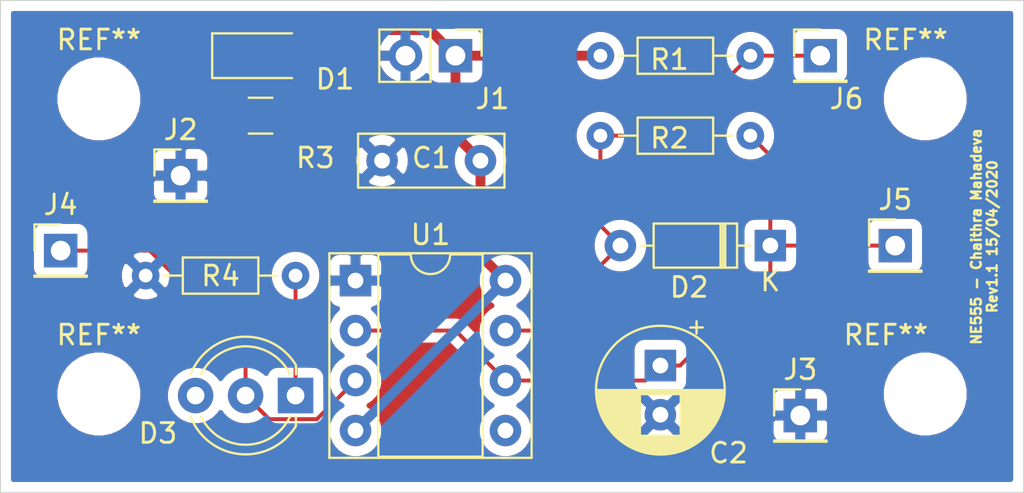
<source format=kicad_pcb>
(kicad_pcb (version 20171130) (host pcbnew "(5.1.5)-3")

  (general
    (thickness 1.6)
    (drawings 5)
    (tracks 41)
    (zones 0)
    (modules 20)
    (nets 9)
  )

  (page A4)
  (title_block
    (title hda/student)
    (date 2020-04-15)
    (rev v1.1)
    (company "Chaithra Mahadeva")
  )

  (layers
    (0 F.Cu signal)
    (31 B.Cu signal)
    (32 B.Adhes user)
    (33 F.Adhes user)
    (34 B.Paste user)
    (35 F.Paste user)
    (36 B.SilkS user)
    (37 F.SilkS user)
    (38 B.Mask user)
    (39 F.Mask user)
    (40 Dwgs.User user hide)
    (41 Cmts.User user)
    (42 Eco1.User user)
    (43 Eco2.User user)
    (44 Edge.Cuts user)
    (45 Margin user)
    (46 B.CrtYd user)
    (47 F.CrtYd user)
    (48 B.Fab user)
    (49 F.Fab user hide)
  )

  (setup
    (last_trace_width 0.2)
    (user_trace_width 0.2)
    (user_trace_width 0.5)
    (trace_clearance 0.2)
    (zone_clearance 0.508)
    (zone_45_only no)
    (trace_min 0.2)
    (via_size 0.8)
    (via_drill 0.4)
    (via_min_size 0.4)
    (via_min_drill 0.3)
    (uvia_size 0.3)
    (uvia_drill 0.1)
    (uvias_allowed no)
    (uvia_min_size 0.2)
    (uvia_min_drill 0.1)
    (edge_width 0.05)
    (segment_width 0.2)
    (pcb_text_width 0.3)
    (pcb_text_size 1.5 1.5)
    (mod_edge_width 0.12)
    (mod_text_size 1 1)
    (mod_text_width 0.15)
    (pad_size 1.524 1.524)
    (pad_drill 0.762)
    (pad_to_mask_clearance 0.051)
    (solder_mask_min_width 0.25)
    (aux_axis_origin 0 0)
    (visible_elements FFFFFF7F)
    (pcbplotparams
      (layerselection 0x010fc_ffffffff)
      (usegerberextensions false)
      (usegerberattributes true)
      (usegerberadvancedattributes false)
      (creategerberjobfile false)
      (excludeedgelayer true)
      (linewidth 0.100000)
      (plotframeref false)
      (viasonmask false)
      (mode 1)
      (useauxorigin false)
      (hpglpennumber 1)
      (hpglpenspeed 20)
      (hpglpendiameter 15.000000)
      (psnegative false)
      (psa4output false)
      (plotreference true)
      (plotvalue true)
      (plotinvisibletext false)
      (padsonsilk false)
      (subtractmaskfromsilk false)
      (outputformat 1)
      (mirror false)
      (drillshape 0)
      (scaleselection 1)
      (outputdirectory "R1_1Gerber/"))
  )

  (net 0 "")
  (net 1 +9V)
  (net 2 GND)
  (net 3 /THRES)
  (net 4 "Net-(D2-Pad2)")
  (net 5 "Net-(D3-Pad1)")
  (net 6 "Net-(D3-Pad2)")
  (net 7 "Net-(U1-Pad5)")
  (net 8 "Net-(D1-Pad1)")

  (net_class Default "This is the default net class."
    (clearance 0.2)
    (trace_width 0.25)
    (via_dia 0.8)
    (via_drill 0.4)
    (uvia_dia 0.3)
    (uvia_drill 0.1)
    (add_net +9V)
    (add_net /THRES)
    (add_net GND)
    (add_net "Net-(D1-Pad1)")
    (add_net "Net-(D2-Pad2)")
    (add_net "Net-(D3-Pad1)")
    (add_net "Net-(D3-Pad2)")
    (add_net "Net-(U1-Pad5)")
  )

  (module MountingHole:MountingHole_3.2mm_M3 (layer F.Cu) (tedit 56D1B4CB) (tstamp 5E971A00)
    (at 127 101)
    (descr "Mounting Hole 3.2mm, no annular, M3")
    (tags "mounting hole 3.2mm no annular m3")
    (attr virtual)
    (fp_text reference REF** (at -1 -3) (layer F.SilkS)
      (effects (font (size 1 1) (thickness 0.15)))
    )
    (fp_text value MountingHole_3.2mm_M3 (at 0 4.2) (layer F.Fab)
      (effects (font (size 1 1) (thickness 0.15)))
    )
    (fp_circle (center 0 0) (end 3.45 0) (layer F.CrtYd) (width 0.05))
    (fp_circle (center 0 0) (end 3.2 0) (layer Cmts.User) (width 0.15))
    (fp_text user %R (at 0.3 0) (layer F.Fab)
      (effects (font (size 1 1) (thickness 0.15)))
    )
    (pad 1 np_thru_hole circle (at 0 0) (size 3.2 3.2) (drill 3.2) (layers *.Cu *.Mask))
  )

  (module MountingHole:MountingHole_3.2mm_M3 (layer F.Cu) (tedit 56D1B4CB) (tstamp 5E9719E3)
    (at 127 116)
    (descr "Mounting Hole 3.2mm, no annular, M3")
    (tags "mounting hole 3.2mm no annular m3")
    (attr virtual)
    (fp_text reference REF** (at -2 -3) (layer F.SilkS)
      (effects (font (size 1 1) (thickness 0.15)))
    )
    (fp_text value MountingHole_3.2mm_M3 (at 0 4.2) (layer F.Fab)
      (effects (font (size 1 1) (thickness 0.15)))
    )
    (fp_circle (center 0 0) (end 3.45 0) (layer F.CrtYd) (width 0.05))
    (fp_circle (center 0 0) (end 3.2 0) (layer Cmts.User) (width 0.15))
    (fp_text user %R (at 0.3 0) (layer F.Fab)
      (effects (font (size 1 1) (thickness 0.15)))
    )
    (pad 1 np_thru_hole circle (at 0 0) (size 3.2 3.2) (drill 3.2) (layers *.Cu *.Mask))
  )

  (module MountingHole:MountingHole_3.2mm_M3 (layer F.Cu) (tedit 56D1B4CB) (tstamp 5E9719C6)
    (at 85 116)
    (descr "Mounting Hole 3.2mm, no annular, M3")
    (tags "mounting hole 3.2mm no annular m3")
    (attr virtual)
    (fp_text reference REF** (at 0 -3) (layer F.SilkS)
      (effects (font (size 1 1) (thickness 0.15)))
    )
    (fp_text value MountingHole_3.2mm_M3 (at 0 4.2) (layer F.Fab)
      (effects (font (size 1 1) (thickness 0.15)))
    )
    (fp_circle (center 0 0) (end 3.45 0) (layer F.CrtYd) (width 0.05))
    (fp_circle (center 0 0) (end 3.2 0) (layer Cmts.User) (width 0.15))
    (fp_text user %R (at 0.3 0) (layer F.Fab)
      (effects (font (size 1 1) (thickness 0.15)))
    )
    (pad 1 np_thru_hole circle (at 0 0) (size 3.2 3.2) (drill 3.2) (layers *.Cu *.Mask))
  )

  (module MountingHole:MountingHole_3.2mm_M3 (layer F.Cu) (tedit 56D1B4CB) (tstamp 5E9719A9)
    (at 85 101)
    (descr "Mounting Hole 3.2mm, no annular, M3")
    (tags "mounting hole 3.2mm no annular m3")
    (attr virtual)
    (fp_text reference REF** (at 0 -3) (layer F.SilkS)
      (effects (font (size 1 1) (thickness 0.15)))
    )
    (fp_text value MountingHole_3.2mm_M3 (at 0 4.2) (layer F.Fab)
      (effects (font (size 1 1) (thickness 0.15)))
    )
    (fp_circle (center 0 0) (end 3.45 0) (layer F.CrtYd) (width 0.05))
    (fp_circle (center 0 0) (end 3.2 0) (layer Cmts.User) (width 0.15))
    (fp_text user %R (at 0.3 0) (layer F.Fab)
      (effects (font (size 1 1) (thickness 0.15)))
    )
    (pad 1 np_thru_hole circle (at 0 0) (size 3.2 3.2) (drill 3.2) (layers *.Cu *.Mask))
  )

  (module Capacitor_THT:C_Rect_L7.2mm_W2.5mm_P5.00mm_FKS2_FKP2_MKS2_MKP2 (layer F.Cu) (tedit 5AE50EF0) (tstamp 5E97F3EB)
    (at 104.394 104.14 180)
    (descr "C, Rect series, Radial, pin pitch=5.00mm, , length*width=7.2*2.5mm^2, Capacitor, http://www.wima.com/EN/WIMA_FKS_2.pdf")
    (tags "C Rect series Radial pin pitch 5.00mm  length 7.2mm width 2.5mm Capacitor")
    (path /5E974431)
    (fp_text reference C1 (at 2.5 0.14) (layer F.SilkS)
      (effects (font (size 1 1) (thickness 0.15)))
    )
    (fp_text value 100n (at 2.5 2.5) (layer F.Fab)
      (effects (font (size 1 1) (thickness 0.15)))
    )
    (fp_line (start -1.1 -1.25) (end -1.1 1.25) (layer F.Fab) (width 0.1))
    (fp_line (start -1.1 1.25) (end 6.1 1.25) (layer F.Fab) (width 0.1))
    (fp_line (start 6.1 1.25) (end 6.1 -1.25) (layer F.Fab) (width 0.1))
    (fp_line (start 6.1 -1.25) (end -1.1 -1.25) (layer F.Fab) (width 0.1))
    (fp_line (start -1.22 -1.37) (end 6.22 -1.37) (layer F.SilkS) (width 0.12))
    (fp_line (start -1.22 1.37) (end 6.22 1.37) (layer F.SilkS) (width 0.12))
    (fp_line (start -1.22 -1.37) (end -1.22 1.37) (layer F.SilkS) (width 0.12))
    (fp_line (start 6.22 -1.37) (end 6.22 1.37) (layer F.SilkS) (width 0.12))
    (fp_line (start -1.35 -1.5) (end -1.35 1.5) (layer F.CrtYd) (width 0.05))
    (fp_line (start -1.35 1.5) (end 6.35 1.5) (layer F.CrtYd) (width 0.05))
    (fp_line (start 6.35 1.5) (end 6.35 -1.5) (layer F.CrtYd) (width 0.05))
    (fp_line (start 6.35 -1.5) (end -1.35 -1.5) (layer F.CrtYd) (width 0.05))
    (fp_text user %R (at 2.5 0) (layer F.Fab)
      (effects (font (size 1 1) (thickness 0.15)))
    )
    (pad 1 thru_hole circle (at 0 0 180) (size 1.6 1.6) (drill 0.8) (layers *.Cu *.Mask)
      (net 1 +9V))
    (pad 2 thru_hole circle (at 5 0 180) (size 1.6 1.6) (drill 0.8) (layers *.Cu *.Mask)
      (net 2 GND))
    (model ${KISYS3DMOD}/Capacitor_THT.3dshapes/C_Rect_L7.2mm_W2.5mm_P5.00mm_FKS2_FKP2_MKS2_MKP2.wrl
      (at (xyz 0 0 0))
      (scale (xyz 1 1 1))
      (rotate (xyz 0 0 0))
    )
  )

  (module Capacitor_THT:CP_Radial_D6.3mm_P2.50mm (layer F.Cu) (tedit 5AE50EF0) (tstamp 5E97F47F)
    (at 113.538 114.554 270)
    (descr "CP, Radial series, Radial, pin pitch=2.50mm, , diameter=6.3mm, Electrolytic Capacitor")
    (tags "CP Radial series Radial pin pitch 2.50mm  diameter 6.3mm Electrolytic Capacitor")
    (path /5E98EB88)
    (fp_text reference C2 (at 4.446 -3.462 180) (layer F.SilkS)
      (effects (font (size 1 1) (thickness 0.15)))
    )
    (fp_text value 110u (at 1.25 4.4 90) (layer F.Fab)
      (effects (font (size 1 1) (thickness 0.15)))
    )
    (fp_circle (center 1.25 0) (end 4.4 0) (layer F.Fab) (width 0.1))
    (fp_circle (center 1.25 0) (end 4.52 0) (layer F.SilkS) (width 0.12))
    (fp_circle (center 1.25 0) (end 4.65 0) (layer F.CrtYd) (width 0.05))
    (fp_line (start -1.443972 -1.3735) (end -0.813972 -1.3735) (layer F.Fab) (width 0.1))
    (fp_line (start -1.128972 -1.6885) (end -1.128972 -1.0585) (layer F.Fab) (width 0.1))
    (fp_line (start 1.25 -3.23) (end 1.25 3.23) (layer F.SilkS) (width 0.12))
    (fp_line (start 1.29 -3.23) (end 1.29 3.23) (layer F.SilkS) (width 0.12))
    (fp_line (start 1.33 -3.23) (end 1.33 3.23) (layer F.SilkS) (width 0.12))
    (fp_line (start 1.37 -3.228) (end 1.37 3.228) (layer F.SilkS) (width 0.12))
    (fp_line (start 1.41 -3.227) (end 1.41 3.227) (layer F.SilkS) (width 0.12))
    (fp_line (start 1.45 -3.224) (end 1.45 3.224) (layer F.SilkS) (width 0.12))
    (fp_line (start 1.49 -3.222) (end 1.49 -1.04) (layer F.SilkS) (width 0.12))
    (fp_line (start 1.49 1.04) (end 1.49 3.222) (layer F.SilkS) (width 0.12))
    (fp_line (start 1.53 -3.218) (end 1.53 -1.04) (layer F.SilkS) (width 0.12))
    (fp_line (start 1.53 1.04) (end 1.53 3.218) (layer F.SilkS) (width 0.12))
    (fp_line (start 1.57 -3.215) (end 1.57 -1.04) (layer F.SilkS) (width 0.12))
    (fp_line (start 1.57 1.04) (end 1.57 3.215) (layer F.SilkS) (width 0.12))
    (fp_line (start 1.61 -3.211) (end 1.61 -1.04) (layer F.SilkS) (width 0.12))
    (fp_line (start 1.61 1.04) (end 1.61 3.211) (layer F.SilkS) (width 0.12))
    (fp_line (start 1.65 -3.206) (end 1.65 -1.04) (layer F.SilkS) (width 0.12))
    (fp_line (start 1.65 1.04) (end 1.65 3.206) (layer F.SilkS) (width 0.12))
    (fp_line (start 1.69 -3.201) (end 1.69 -1.04) (layer F.SilkS) (width 0.12))
    (fp_line (start 1.69 1.04) (end 1.69 3.201) (layer F.SilkS) (width 0.12))
    (fp_line (start 1.73 -3.195) (end 1.73 -1.04) (layer F.SilkS) (width 0.12))
    (fp_line (start 1.73 1.04) (end 1.73 3.195) (layer F.SilkS) (width 0.12))
    (fp_line (start 1.77 -3.189) (end 1.77 -1.04) (layer F.SilkS) (width 0.12))
    (fp_line (start 1.77 1.04) (end 1.77 3.189) (layer F.SilkS) (width 0.12))
    (fp_line (start 1.81 -3.182) (end 1.81 -1.04) (layer F.SilkS) (width 0.12))
    (fp_line (start 1.81 1.04) (end 1.81 3.182) (layer F.SilkS) (width 0.12))
    (fp_line (start 1.85 -3.175) (end 1.85 -1.04) (layer F.SilkS) (width 0.12))
    (fp_line (start 1.85 1.04) (end 1.85 3.175) (layer F.SilkS) (width 0.12))
    (fp_line (start 1.89 -3.167) (end 1.89 -1.04) (layer F.SilkS) (width 0.12))
    (fp_line (start 1.89 1.04) (end 1.89 3.167) (layer F.SilkS) (width 0.12))
    (fp_line (start 1.93 -3.159) (end 1.93 -1.04) (layer F.SilkS) (width 0.12))
    (fp_line (start 1.93 1.04) (end 1.93 3.159) (layer F.SilkS) (width 0.12))
    (fp_line (start 1.971 -3.15) (end 1.971 -1.04) (layer F.SilkS) (width 0.12))
    (fp_line (start 1.971 1.04) (end 1.971 3.15) (layer F.SilkS) (width 0.12))
    (fp_line (start 2.011 -3.141) (end 2.011 -1.04) (layer F.SilkS) (width 0.12))
    (fp_line (start 2.011 1.04) (end 2.011 3.141) (layer F.SilkS) (width 0.12))
    (fp_line (start 2.051 -3.131) (end 2.051 -1.04) (layer F.SilkS) (width 0.12))
    (fp_line (start 2.051 1.04) (end 2.051 3.131) (layer F.SilkS) (width 0.12))
    (fp_line (start 2.091 -3.121) (end 2.091 -1.04) (layer F.SilkS) (width 0.12))
    (fp_line (start 2.091 1.04) (end 2.091 3.121) (layer F.SilkS) (width 0.12))
    (fp_line (start 2.131 -3.11) (end 2.131 -1.04) (layer F.SilkS) (width 0.12))
    (fp_line (start 2.131 1.04) (end 2.131 3.11) (layer F.SilkS) (width 0.12))
    (fp_line (start 2.171 -3.098) (end 2.171 -1.04) (layer F.SilkS) (width 0.12))
    (fp_line (start 2.171 1.04) (end 2.171 3.098) (layer F.SilkS) (width 0.12))
    (fp_line (start 2.211 -3.086) (end 2.211 -1.04) (layer F.SilkS) (width 0.12))
    (fp_line (start 2.211 1.04) (end 2.211 3.086) (layer F.SilkS) (width 0.12))
    (fp_line (start 2.251 -3.074) (end 2.251 -1.04) (layer F.SilkS) (width 0.12))
    (fp_line (start 2.251 1.04) (end 2.251 3.074) (layer F.SilkS) (width 0.12))
    (fp_line (start 2.291 -3.061) (end 2.291 -1.04) (layer F.SilkS) (width 0.12))
    (fp_line (start 2.291 1.04) (end 2.291 3.061) (layer F.SilkS) (width 0.12))
    (fp_line (start 2.331 -3.047) (end 2.331 -1.04) (layer F.SilkS) (width 0.12))
    (fp_line (start 2.331 1.04) (end 2.331 3.047) (layer F.SilkS) (width 0.12))
    (fp_line (start 2.371 -3.033) (end 2.371 -1.04) (layer F.SilkS) (width 0.12))
    (fp_line (start 2.371 1.04) (end 2.371 3.033) (layer F.SilkS) (width 0.12))
    (fp_line (start 2.411 -3.018) (end 2.411 -1.04) (layer F.SilkS) (width 0.12))
    (fp_line (start 2.411 1.04) (end 2.411 3.018) (layer F.SilkS) (width 0.12))
    (fp_line (start 2.451 -3.002) (end 2.451 -1.04) (layer F.SilkS) (width 0.12))
    (fp_line (start 2.451 1.04) (end 2.451 3.002) (layer F.SilkS) (width 0.12))
    (fp_line (start 2.491 -2.986) (end 2.491 -1.04) (layer F.SilkS) (width 0.12))
    (fp_line (start 2.491 1.04) (end 2.491 2.986) (layer F.SilkS) (width 0.12))
    (fp_line (start 2.531 -2.97) (end 2.531 -1.04) (layer F.SilkS) (width 0.12))
    (fp_line (start 2.531 1.04) (end 2.531 2.97) (layer F.SilkS) (width 0.12))
    (fp_line (start 2.571 -2.952) (end 2.571 -1.04) (layer F.SilkS) (width 0.12))
    (fp_line (start 2.571 1.04) (end 2.571 2.952) (layer F.SilkS) (width 0.12))
    (fp_line (start 2.611 -2.934) (end 2.611 -1.04) (layer F.SilkS) (width 0.12))
    (fp_line (start 2.611 1.04) (end 2.611 2.934) (layer F.SilkS) (width 0.12))
    (fp_line (start 2.651 -2.916) (end 2.651 -1.04) (layer F.SilkS) (width 0.12))
    (fp_line (start 2.651 1.04) (end 2.651 2.916) (layer F.SilkS) (width 0.12))
    (fp_line (start 2.691 -2.896) (end 2.691 -1.04) (layer F.SilkS) (width 0.12))
    (fp_line (start 2.691 1.04) (end 2.691 2.896) (layer F.SilkS) (width 0.12))
    (fp_line (start 2.731 -2.876) (end 2.731 -1.04) (layer F.SilkS) (width 0.12))
    (fp_line (start 2.731 1.04) (end 2.731 2.876) (layer F.SilkS) (width 0.12))
    (fp_line (start 2.771 -2.856) (end 2.771 -1.04) (layer F.SilkS) (width 0.12))
    (fp_line (start 2.771 1.04) (end 2.771 2.856) (layer F.SilkS) (width 0.12))
    (fp_line (start 2.811 -2.834) (end 2.811 -1.04) (layer F.SilkS) (width 0.12))
    (fp_line (start 2.811 1.04) (end 2.811 2.834) (layer F.SilkS) (width 0.12))
    (fp_line (start 2.851 -2.812) (end 2.851 -1.04) (layer F.SilkS) (width 0.12))
    (fp_line (start 2.851 1.04) (end 2.851 2.812) (layer F.SilkS) (width 0.12))
    (fp_line (start 2.891 -2.79) (end 2.891 -1.04) (layer F.SilkS) (width 0.12))
    (fp_line (start 2.891 1.04) (end 2.891 2.79) (layer F.SilkS) (width 0.12))
    (fp_line (start 2.931 -2.766) (end 2.931 -1.04) (layer F.SilkS) (width 0.12))
    (fp_line (start 2.931 1.04) (end 2.931 2.766) (layer F.SilkS) (width 0.12))
    (fp_line (start 2.971 -2.742) (end 2.971 -1.04) (layer F.SilkS) (width 0.12))
    (fp_line (start 2.971 1.04) (end 2.971 2.742) (layer F.SilkS) (width 0.12))
    (fp_line (start 3.011 -2.716) (end 3.011 -1.04) (layer F.SilkS) (width 0.12))
    (fp_line (start 3.011 1.04) (end 3.011 2.716) (layer F.SilkS) (width 0.12))
    (fp_line (start 3.051 -2.69) (end 3.051 -1.04) (layer F.SilkS) (width 0.12))
    (fp_line (start 3.051 1.04) (end 3.051 2.69) (layer F.SilkS) (width 0.12))
    (fp_line (start 3.091 -2.664) (end 3.091 -1.04) (layer F.SilkS) (width 0.12))
    (fp_line (start 3.091 1.04) (end 3.091 2.664) (layer F.SilkS) (width 0.12))
    (fp_line (start 3.131 -2.636) (end 3.131 -1.04) (layer F.SilkS) (width 0.12))
    (fp_line (start 3.131 1.04) (end 3.131 2.636) (layer F.SilkS) (width 0.12))
    (fp_line (start 3.171 -2.607) (end 3.171 -1.04) (layer F.SilkS) (width 0.12))
    (fp_line (start 3.171 1.04) (end 3.171 2.607) (layer F.SilkS) (width 0.12))
    (fp_line (start 3.211 -2.578) (end 3.211 -1.04) (layer F.SilkS) (width 0.12))
    (fp_line (start 3.211 1.04) (end 3.211 2.578) (layer F.SilkS) (width 0.12))
    (fp_line (start 3.251 -2.548) (end 3.251 -1.04) (layer F.SilkS) (width 0.12))
    (fp_line (start 3.251 1.04) (end 3.251 2.548) (layer F.SilkS) (width 0.12))
    (fp_line (start 3.291 -2.516) (end 3.291 -1.04) (layer F.SilkS) (width 0.12))
    (fp_line (start 3.291 1.04) (end 3.291 2.516) (layer F.SilkS) (width 0.12))
    (fp_line (start 3.331 -2.484) (end 3.331 -1.04) (layer F.SilkS) (width 0.12))
    (fp_line (start 3.331 1.04) (end 3.331 2.484) (layer F.SilkS) (width 0.12))
    (fp_line (start 3.371 -2.45) (end 3.371 -1.04) (layer F.SilkS) (width 0.12))
    (fp_line (start 3.371 1.04) (end 3.371 2.45) (layer F.SilkS) (width 0.12))
    (fp_line (start 3.411 -2.416) (end 3.411 -1.04) (layer F.SilkS) (width 0.12))
    (fp_line (start 3.411 1.04) (end 3.411 2.416) (layer F.SilkS) (width 0.12))
    (fp_line (start 3.451 -2.38) (end 3.451 -1.04) (layer F.SilkS) (width 0.12))
    (fp_line (start 3.451 1.04) (end 3.451 2.38) (layer F.SilkS) (width 0.12))
    (fp_line (start 3.491 -2.343) (end 3.491 -1.04) (layer F.SilkS) (width 0.12))
    (fp_line (start 3.491 1.04) (end 3.491 2.343) (layer F.SilkS) (width 0.12))
    (fp_line (start 3.531 -2.305) (end 3.531 -1.04) (layer F.SilkS) (width 0.12))
    (fp_line (start 3.531 1.04) (end 3.531 2.305) (layer F.SilkS) (width 0.12))
    (fp_line (start 3.571 -2.265) (end 3.571 2.265) (layer F.SilkS) (width 0.12))
    (fp_line (start 3.611 -2.224) (end 3.611 2.224) (layer F.SilkS) (width 0.12))
    (fp_line (start 3.651 -2.182) (end 3.651 2.182) (layer F.SilkS) (width 0.12))
    (fp_line (start 3.691 -2.137) (end 3.691 2.137) (layer F.SilkS) (width 0.12))
    (fp_line (start 3.731 -2.092) (end 3.731 2.092) (layer F.SilkS) (width 0.12))
    (fp_line (start 3.771 -2.044) (end 3.771 2.044) (layer F.SilkS) (width 0.12))
    (fp_line (start 3.811 -1.995) (end 3.811 1.995) (layer F.SilkS) (width 0.12))
    (fp_line (start 3.851 -1.944) (end 3.851 1.944) (layer F.SilkS) (width 0.12))
    (fp_line (start 3.891 -1.89) (end 3.891 1.89) (layer F.SilkS) (width 0.12))
    (fp_line (start 3.931 -1.834) (end 3.931 1.834) (layer F.SilkS) (width 0.12))
    (fp_line (start 3.971 -1.776) (end 3.971 1.776) (layer F.SilkS) (width 0.12))
    (fp_line (start 4.011 -1.714) (end 4.011 1.714) (layer F.SilkS) (width 0.12))
    (fp_line (start 4.051 -1.65) (end 4.051 1.65) (layer F.SilkS) (width 0.12))
    (fp_line (start 4.091 -1.581) (end 4.091 1.581) (layer F.SilkS) (width 0.12))
    (fp_line (start 4.131 -1.509) (end 4.131 1.509) (layer F.SilkS) (width 0.12))
    (fp_line (start 4.171 -1.432) (end 4.171 1.432) (layer F.SilkS) (width 0.12))
    (fp_line (start 4.211 -1.35) (end 4.211 1.35) (layer F.SilkS) (width 0.12))
    (fp_line (start 4.251 -1.262) (end 4.251 1.262) (layer F.SilkS) (width 0.12))
    (fp_line (start 4.291 -1.165) (end 4.291 1.165) (layer F.SilkS) (width 0.12))
    (fp_line (start 4.331 -1.059) (end 4.331 1.059) (layer F.SilkS) (width 0.12))
    (fp_line (start 4.371 -0.94) (end 4.371 0.94) (layer F.SilkS) (width 0.12))
    (fp_line (start 4.411 -0.802) (end 4.411 0.802) (layer F.SilkS) (width 0.12))
    (fp_line (start 4.451 -0.633) (end 4.451 0.633) (layer F.SilkS) (width 0.12))
    (fp_line (start 4.491 -0.402) (end 4.491 0.402) (layer F.SilkS) (width 0.12))
    (fp_line (start -2.250241 -1.839) (end -1.620241 -1.839) (layer F.SilkS) (width 0.12))
    (fp_line (start -1.935241 -2.154) (end -1.935241 -1.524) (layer F.SilkS) (width 0.12))
    (fp_text user %R (at 1.25 0 90) (layer F.Fab)
      (effects (font (size 1 1) (thickness 0.15)))
    )
    (pad 1 thru_hole rect (at 0 0 270) (size 1.6 1.6) (drill 0.8) (layers *.Cu *.Mask)
      (net 3 /THRES))
    (pad 2 thru_hole circle (at 2.5 0 270) (size 1.6 1.6) (drill 0.8) (layers *.Cu *.Mask)
      (net 2 GND))
    (model ${KISYS3DMOD}/Capacitor_THT.3dshapes/CP_Radial_D6.3mm_P2.50mm.wrl
      (at (xyz 0 0 0))
      (scale (xyz 1 1 1))
      (rotate (xyz 0 0 0))
    )
  )

  (module LED_SMD:LED_1206_3216Metric_Pad1.42x1.75mm_HandSolder (layer F.Cu) (tedit 5B4B45C9) (tstamp 5E97F492)
    (at 93.218 98.806)
    (descr "LED SMD 1206 (3216 Metric), square (rectangular) end terminal, IPC_7351 nominal, (Body size source: http://www.tortai-tech.com/upload/download/2011102023233369053.pdf), generated with kicad-footprint-generator")
    (tags "LED handsolder")
    (path /5E96D376)
    (attr smd)
    (fp_text reference D1 (at 3.782 1.194) (layer F.SilkS)
      (effects (font (size 1 1) (thickness 0.15)))
    )
    (fp_text value "LED Green" (at 0 1.82) (layer F.Fab)
      (effects (font (size 1 1) (thickness 0.15)))
    )
    (fp_line (start 1.6 -0.8) (end -1.2 -0.8) (layer F.Fab) (width 0.1))
    (fp_line (start -1.2 -0.8) (end -1.6 -0.4) (layer F.Fab) (width 0.1))
    (fp_line (start -1.6 -0.4) (end -1.6 0.8) (layer F.Fab) (width 0.1))
    (fp_line (start -1.6 0.8) (end 1.6 0.8) (layer F.Fab) (width 0.1))
    (fp_line (start 1.6 0.8) (end 1.6 -0.8) (layer F.Fab) (width 0.1))
    (fp_line (start 1.6 -1.135) (end -2.46 -1.135) (layer F.SilkS) (width 0.12))
    (fp_line (start -2.46 -1.135) (end -2.46 1.135) (layer F.SilkS) (width 0.12))
    (fp_line (start -2.46 1.135) (end 1.6 1.135) (layer F.SilkS) (width 0.12))
    (fp_line (start -2.45 1.12) (end -2.45 -1.12) (layer F.CrtYd) (width 0.05))
    (fp_line (start -2.45 -1.12) (end 2.45 -1.12) (layer F.CrtYd) (width 0.05))
    (fp_line (start 2.45 -1.12) (end 2.45 1.12) (layer F.CrtYd) (width 0.05))
    (fp_line (start 2.45 1.12) (end -2.45 1.12) (layer F.CrtYd) (width 0.05))
    (fp_text user %R (at 0 0) (layer F.Fab)
      (effects (font (size 0.8 0.8) (thickness 0.12)))
    )
    (pad 1 smd roundrect (at -1.4875 0) (size 1.425 1.75) (layers F.Cu F.Paste F.Mask) (roundrect_rratio 0.175439)
      (net 8 "Net-(D1-Pad1)"))
    (pad 2 smd roundrect (at 1.4875 0) (size 1.425 1.75) (layers F.Cu F.Paste F.Mask) (roundrect_rratio 0.175439)
      (net 1 +9V))
    (model ${KISYS3DMOD}/LED_SMD.3dshapes/LED_1206_3216Metric.wrl
      (at (xyz 0 0 0))
      (scale (xyz 1 1 1))
      (rotate (xyz 0 0 0))
    )
  )

  (module Diode_THT:D_DO-35_SOD27_P7.62mm_Horizontal (layer F.Cu) (tedit 5AE50CD5) (tstamp 5E97F4B1)
    (at 119.126 108.458 180)
    (descr "Diode, DO-35_SOD27 series, Axial, Horizontal, pin pitch=7.62mm, , length*diameter=4*2mm^2, , http://www.diodes.com/_files/packages/DO-35.pdf")
    (tags "Diode DO-35_SOD27 series Axial Horizontal pin pitch 7.62mm  length 4mm diameter 2mm")
    (path /5E99221E)
    (fp_text reference D2 (at 4.126 -2.12) (layer F.SilkS)
      (effects (font (size 1 1) (thickness 0.15)))
    )
    (fp_text value 1N4148 (at 3.81 2.12) (layer F.Fab)
      (effects (font (size 1 1) (thickness 0.15)))
    )
    (fp_line (start 1.81 -1) (end 1.81 1) (layer F.Fab) (width 0.1))
    (fp_line (start 1.81 1) (end 5.81 1) (layer F.Fab) (width 0.1))
    (fp_line (start 5.81 1) (end 5.81 -1) (layer F.Fab) (width 0.1))
    (fp_line (start 5.81 -1) (end 1.81 -1) (layer F.Fab) (width 0.1))
    (fp_line (start 0 0) (end 1.81 0) (layer F.Fab) (width 0.1))
    (fp_line (start 7.62 0) (end 5.81 0) (layer F.Fab) (width 0.1))
    (fp_line (start 2.41 -1) (end 2.41 1) (layer F.Fab) (width 0.1))
    (fp_line (start 2.51 -1) (end 2.51 1) (layer F.Fab) (width 0.1))
    (fp_line (start 2.31 -1) (end 2.31 1) (layer F.Fab) (width 0.1))
    (fp_line (start 1.69 -1.12) (end 1.69 1.12) (layer F.SilkS) (width 0.12))
    (fp_line (start 1.69 1.12) (end 5.93 1.12) (layer F.SilkS) (width 0.12))
    (fp_line (start 5.93 1.12) (end 5.93 -1.12) (layer F.SilkS) (width 0.12))
    (fp_line (start 5.93 -1.12) (end 1.69 -1.12) (layer F.SilkS) (width 0.12))
    (fp_line (start 1.04 0) (end 1.69 0) (layer F.SilkS) (width 0.12))
    (fp_line (start 6.58 0) (end 5.93 0) (layer F.SilkS) (width 0.12))
    (fp_line (start 2.41 -1.12) (end 2.41 1.12) (layer F.SilkS) (width 0.12))
    (fp_line (start 2.53 -1.12) (end 2.53 1.12) (layer F.SilkS) (width 0.12))
    (fp_line (start 2.29 -1.12) (end 2.29 1.12) (layer F.SilkS) (width 0.12))
    (fp_line (start -1.05 -1.25) (end -1.05 1.25) (layer F.CrtYd) (width 0.05))
    (fp_line (start -1.05 1.25) (end 8.67 1.25) (layer F.CrtYd) (width 0.05))
    (fp_line (start 8.67 1.25) (end 8.67 -1.25) (layer F.CrtYd) (width 0.05))
    (fp_line (start 8.67 -1.25) (end -1.05 -1.25) (layer F.CrtYd) (width 0.05))
    (fp_text user %R (at 4.11 0) (layer F.Fab)
      (effects (font (size 0.8 0.8) (thickness 0.12)))
    )
    (fp_text user K (at 0 -1.8) (layer F.Fab)
      (effects (font (size 1 1) (thickness 0.15)))
    )
    (fp_text user K (at 0 -1.8) (layer F.SilkS)
      (effects (font (size 1 1) (thickness 0.15)))
    )
    (pad 1 thru_hole rect (at 0 0 180) (size 1.6 1.6) (drill 0.8) (layers *.Cu *.Mask)
      (net 3 /THRES))
    (pad 2 thru_hole oval (at 7.62 0 180) (size 1.6 1.6) (drill 0.8) (layers *.Cu *.Mask)
      (net 4 "Net-(D2-Pad2)"))
    (model ${KISYS3DMOD}/Diode_THT.3dshapes/D_DO-35_SOD27_P7.62mm_Horizontal.wrl
      (at (xyz 0 0 0))
      (scale (xyz 1 1 1))
      (rotate (xyz 0 0 0))
    )
  )

  (module LED_THT:LED_D5.0mm-3 (layer F.Cu) (tedit 587A3A7B) (tstamp 5E97F4C5)
    (at 94.996 116.078 180)
    (descr "LED, diameter 5.0mm, 2 pins, diameter 5.0mm, 3 pins, http://www.kingbright.com/attachments/file/psearch/000/00/00/L-59EGC(Ver.17A).pdf")
    (tags "LED diameter 5.0mm 2 pins diameter 5.0mm 3 pins")
    (path /5E97727C)
    (fp_text reference D3 (at 6.996 -1.922) (layer F.SilkS)
      (effects (font (size 1 1) (thickness 0.15)))
    )
    (fp_text value "LED Red" (at 2.54 3.96) (layer F.Fab)
      (effects (font (size 1 1) (thickness 0.15)))
    )
    (fp_arc (start 2.54 0) (end 0.04 -1.469694) (angle 299.1) (layer F.Fab) (width 0.1))
    (fp_arc (start 2.54 0) (end -0.02 -1.54483) (angle 127.7) (layer F.SilkS) (width 0.12))
    (fp_arc (start 2.54 0) (end -0.02 1.54483) (angle -127.7) (layer F.SilkS) (width 0.12))
    (fp_arc (start 2.54 0) (end 0.285316 -1.08) (angle 128.8) (layer F.SilkS) (width 0.12))
    (fp_arc (start 2.54 0) (end 0.285316 1.08) (angle -128.8) (layer F.SilkS) (width 0.12))
    (fp_circle (center 2.54 0) (end 5.04 0) (layer F.Fab) (width 0.1))
    (fp_line (start 0.04 -1.469694) (end 0.04 1.469694) (layer F.Fab) (width 0.1))
    (fp_line (start -0.02 -1.545) (end -0.02 -1.08) (layer F.SilkS) (width 0.12))
    (fp_line (start -0.02 1.08) (end -0.02 1.545) (layer F.SilkS) (width 0.12))
    (fp_line (start -1.15 -3.25) (end -1.15 3.25) (layer F.CrtYd) (width 0.05))
    (fp_line (start -1.15 3.25) (end 6.25 3.25) (layer F.CrtYd) (width 0.05))
    (fp_line (start 6.25 3.25) (end 6.25 -3.25) (layer F.CrtYd) (width 0.05))
    (fp_line (start 6.25 -3.25) (end -1.15 -3.25) (layer F.CrtYd) (width 0.05))
    (pad 1 thru_hole rect (at 0 0 180) (size 1.8 1.8) (drill 0.9) (layers *.Cu *.Mask)
      (net 5 "Net-(D3-Pad1)"))
    (pad 2 thru_hole circle (at 2.54 0 180) (size 1.8 1.8) (drill 0.9) (layers *.Cu *.Mask)
      (net 6 "Net-(D3-Pad2)"))
    (pad 3 thru_hole circle (at 5.08 0 180) (size 1.8 1.8) (drill 0.9) (layers *.Cu *.Mask))
    (model ${KISYS3DMOD}/LED_THT.3dshapes/LED_D5.0mm-3.wrl
      (at (xyz 0 0 0))
      (scale (xyz 1 1 1))
      (rotate (xyz 0 0 0))
    )
  )

  (module Connector_PinHeader_2.54mm:PinHeader_1x02_P2.54mm_Vertical (layer F.Cu) (tedit 59FED5CC) (tstamp 5E97F4DB)
    (at 103.124 98.806 270)
    (descr "Through hole straight pin header, 1x02, 2.54mm pitch, single row")
    (tags "Through hole pin header THT 1x02 2.54mm single row")
    (path /5E978355)
    (fp_text reference J1 (at 2.194 -1.876 180) (layer F.SilkS)
      (effects (font (size 1 1) (thickness 0.15)))
    )
    (fp_text value Conn_01x02_Male (at 0 4.87 90) (layer F.Fab)
      (effects (font (size 1 1) (thickness 0.15)))
    )
    (fp_line (start -0.635 -1.27) (end 1.27 -1.27) (layer F.Fab) (width 0.1))
    (fp_line (start 1.27 -1.27) (end 1.27 3.81) (layer F.Fab) (width 0.1))
    (fp_line (start 1.27 3.81) (end -1.27 3.81) (layer F.Fab) (width 0.1))
    (fp_line (start -1.27 3.81) (end -1.27 -0.635) (layer F.Fab) (width 0.1))
    (fp_line (start -1.27 -0.635) (end -0.635 -1.27) (layer F.Fab) (width 0.1))
    (fp_line (start -1.33 3.87) (end 1.33 3.87) (layer F.SilkS) (width 0.12))
    (fp_line (start -1.33 1.27) (end -1.33 3.87) (layer F.SilkS) (width 0.12))
    (fp_line (start 1.33 1.27) (end 1.33 3.87) (layer F.SilkS) (width 0.12))
    (fp_line (start -1.33 1.27) (end 1.33 1.27) (layer F.SilkS) (width 0.12))
    (fp_line (start -1.33 0) (end -1.33 -1.33) (layer F.SilkS) (width 0.12))
    (fp_line (start -1.33 -1.33) (end 0 -1.33) (layer F.SilkS) (width 0.12))
    (fp_line (start -1.8 -1.8) (end -1.8 4.35) (layer F.CrtYd) (width 0.05))
    (fp_line (start -1.8 4.35) (end 1.8 4.35) (layer F.CrtYd) (width 0.05))
    (fp_line (start 1.8 4.35) (end 1.8 -1.8) (layer F.CrtYd) (width 0.05))
    (fp_line (start 1.8 -1.8) (end -1.8 -1.8) (layer F.CrtYd) (width 0.05))
    (fp_text user %R (at 0 1.27) (layer F.Fab)
      (effects (font (size 1 1) (thickness 0.15)))
    )
    (pad 1 thru_hole rect (at 0 0 270) (size 1.7 1.7) (drill 1) (layers *.Cu *.Mask)
      (net 1 +9V))
    (pad 2 thru_hole oval (at 0 2.54 270) (size 1.7 1.7) (drill 1) (layers *.Cu *.Mask)
      (net 2 GND))
    (model ${KISYS3DMOD}/Connector_PinHeader_2.54mm.3dshapes/PinHeader_1x02_P2.54mm_Vertical.wrl
      (at (xyz 0 0 0))
      (scale (xyz 1 1 1))
      (rotate (xyz 0 0 0))
    )
  )

  (module Connector_PinHeader_2.54mm:PinHeader_1x01_P2.54mm_Vertical (layer F.Cu) (tedit 59FED5CC) (tstamp 5E97F4F0)
    (at 89.154 104.902)
    (descr "Through hole straight pin header, 1x01, 2.54mm pitch, single row")
    (tags "Through hole pin header THT 1x01 2.54mm single row")
    (path /5E998507)
    (fp_text reference J2 (at 0 -2.33) (layer F.SilkS)
      (effects (font (size 1 1) (thickness 0.15)))
    )
    (fp_text value Conn_01x01 (at 0 2.33) (layer F.Fab)
      (effects (font (size 1 1) (thickness 0.15)))
    )
    (fp_text user %R (at 0 0 90) (layer F.Fab)
      (effects (font (size 1 1) (thickness 0.15)))
    )
    (fp_line (start 1.8 -1.8) (end -1.8 -1.8) (layer F.CrtYd) (width 0.05))
    (fp_line (start 1.8 1.8) (end 1.8 -1.8) (layer F.CrtYd) (width 0.05))
    (fp_line (start -1.8 1.8) (end 1.8 1.8) (layer F.CrtYd) (width 0.05))
    (fp_line (start -1.8 -1.8) (end -1.8 1.8) (layer F.CrtYd) (width 0.05))
    (fp_line (start -1.33 -1.33) (end 0 -1.33) (layer F.SilkS) (width 0.12))
    (fp_line (start -1.33 0) (end -1.33 -1.33) (layer F.SilkS) (width 0.12))
    (fp_line (start -1.33 1.27) (end 1.33 1.27) (layer F.SilkS) (width 0.12))
    (fp_line (start 1.33 1.27) (end 1.33 1.33) (layer F.SilkS) (width 0.12))
    (fp_line (start -1.33 1.27) (end -1.33 1.33) (layer F.SilkS) (width 0.12))
    (fp_line (start -1.33 1.33) (end 1.33 1.33) (layer F.SilkS) (width 0.12))
    (fp_line (start -1.27 -0.635) (end -0.635 -1.27) (layer F.Fab) (width 0.1))
    (fp_line (start -1.27 1.27) (end -1.27 -0.635) (layer F.Fab) (width 0.1))
    (fp_line (start 1.27 1.27) (end -1.27 1.27) (layer F.Fab) (width 0.1))
    (fp_line (start 1.27 -1.27) (end 1.27 1.27) (layer F.Fab) (width 0.1))
    (fp_line (start -0.635 -1.27) (end 1.27 -1.27) (layer F.Fab) (width 0.1))
    (pad 1 thru_hole rect (at 0 0) (size 1.7 1.7) (drill 1) (layers *.Cu *.Mask)
      (net 2 GND))
    (model ${KISYS3DMOD}/Connector_PinHeader_2.54mm.3dshapes/PinHeader_1x01_P2.54mm_Vertical.wrl
      (at (xyz 0 0 0))
      (scale (xyz 1 1 1))
      (rotate (xyz 0 0 0))
    )
  )

  (module Connector_PinHeader_2.54mm:PinHeader_1x01_P2.54mm_Vertical (layer F.Cu) (tedit 59FED5CC) (tstamp 5E97F505)
    (at 120.65 117.094)
    (descr "Through hole straight pin header, 1x01, 2.54mm pitch, single row")
    (tags "Through hole pin header THT 1x01 2.54mm single row")
    (path /5E99A7BE)
    (fp_text reference J3 (at 0 -2.33) (layer F.SilkS)
      (effects (font (size 1 1) (thickness 0.15)))
    )
    (fp_text value Conn_01x01 (at 0 2.33) (layer F.Fab)
      (effects (font (size 1 1) (thickness 0.15)))
    )
    (fp_line (start -0.635 -1.27) (end 1.27 -1.27) (layer F.Fab) (width 0.1))
    (fp_line (start 1.27 -1.27) (end 1.27 1.27) (layer F.Fab) (width 0.1))
    (fp_line (start 1.27 1.27) (end -1.27 1.27) (layer F.Fab) (width 0.1))
    (fp_line (start -1.27 1.27) (end -1.27 -0.635) (layer F.Fab) (width 0.1))
    (fp_line (start -1.27 -0.635) (end -0.635 -1.27) (layer F.Fab) (width 0.1))
    (fp_line (start -1.33 1.33) (end 1.33 1.33) (layer F.SilkS) (width 0.12))
    (fp_line (start -1.33 1.27) (end -1.33 1.33) (layer F.SilkS) (width 0.12))
    (fp_line (start 1.33 1.27) (end 1.33 1.33) (layer F.SilkS) (width 0.12))
    (fp_line (start -1.33 1.27) (end 1.33 1.27) (layer F.SilkS) (width 0.12))
    (fp_line (start -1.33 0) (end -1.33 -1.33) (layer F.SilkS) (width 0.12))
    (fp_line (start -1.33 -1.33) (end 0 -1.33) (layer F.SilkS) (width 0.12))
    (fp_line (start -1.8 -1.8) (end -1.8 1.8) (layer F.CrtYd) (width 0.05))
    (fp_line (start -1.8 1.8) (end 1.8 1.8) (layer F.CrtYd) (width 0.05))
    (fp_line (start 1.8 1.8) (end 1.8 -1.8) (layer F.CrtYd) (width 0.05))
    (fp_line (start 1.8 -1.8) (end -1.8 -1.8) (layer F.CrtYd) (width 0.05))
    (fp_text user %R (at 0 0 90) (layer F.Fab)
      (effects (font (size 1 1) (thickness 0.15)))
    )
    (pad 1 thru_hole rect (at 0 0) (size 1.7 1.7) (drill 1) (layers *.Cu *.Mask)
      (net 2 GND))
    (model ${KISYS3DMOD}/Connector_PinHeader_2.54mm.3dshapes/PinHeader_1x01_P2.54mm_Vertical.wrl
      (at (xyz 0 0 0))
      (scale (xyz 1 1 1))
      (rotate (xyz 0 0 0))
    )
  )

  (module Connector_PinHeader_2.54mm:PinHeader_1x01_P2.54mm_Vertical (layer F.Cu) (tedit 59FED5CC) (tstamp 5E97F51A)
    (at 83.058 108.712)
    (descr "Through hole straight pin header, 1x01, 2.54mm pitch, single row")
    (tags "Through hole pin header THT 1x01 2.54mm single row")
    (path /5E997C9B)
    (fp_text reference J4 (at 0 -2.33) (layer F.SilkS)
      (effects (font (size 1 1) (thickness 0.15)))
    )
    (fp_text value Conn_01x01 (at 0 2.33) (layer F.Fab)
      (effects (font (size 1 1) (thickness 0.15)))
    )
    (fp_line (start -0.635 -1.27) (end 1.27 -1.27) (layer F.Fab) (width 0.1))
    (fp_line (start 1.27 -1.27) (end 1.27 1.27) (layer F.Fab) (width 0.1))
    (fp_line (start 1.27 1.27) (end -1.27 1.27) (layer F.Fab) (width 0.1))
    (fp_line (start -1.27 1.27) (end -1.27 -0.635) (layer F.Fab) (width 0.1))
    (fp_line (start -1.27 -0.635) (end -0.635 -1.27) (layer F.Fab) (width 0.1))
    (fp_line (start -1.33 1.33) (end 1.33 1.33) (layer F.SilkS) (width 0.12))
    (fp_line (start -1.33 1.27) (end -1.33 1.33) (layer F.SilkS) (width 0.12))
    (fp_line (start 1.33 1.27) (end 1.33 1.33) (layer F.SilkS) (width 0.12))
    (fp_line (start -1.33 1.27) (end 1.33 1.27) (layer F.SilkS) (width 0.12))
    (fp_line (start -1.33 0) (end -1.33 -1.33) (layer F.SilkS) (width 0.12))
    (fp_line (start -1.33 -1.33) (end 0 -1.33) (layer F.SilkS) (width 0.12))
    (fp_line (start -1.8 -1.8) (end -1.8 1.8) (layer F.CrtYd) (width 0.05))
    (fp_line (start -1.8 1.8) (end 1.8 1.8) (layer F.CrtYd) (width 0.05))
    (fp_line (start 1.8 1.8) (end 1.8 -1.8) (layer F.CrtYd) (width 0.05))
    (fp_line (start 1.8 -1.8) (end -1.8 -1.8) (layer F.CrtYd) (width 0.05))
    (fp_text user %R (at 0 0 90) (layer F.Fab)
      (effects (font (size 1 1) (thickness 0.15)))
    )
    (pad 1 thru_hole rect (at 0 0) (size 1.7 1.7) (drill 1) (layers *.Cu *.Mask)
      (net 6 "Net-(D3-Pad2)"))
    (model ${KISYS3DMOD}/Connector_PinHeader_2.54mm.3dshapes/PinHeader_1x01_P2.54mm_Vertical.wrl
      (at (xyz 0 0 0))
      (scale (xyz 1 1 1))
      (rotate (xyz 0 0 0))
    )
  )

  (module Connector_PinHeader_2.54mm:PinHeader_1x01_P2.54mm_Vertical (layer F.Cu) (tedit 59FED5CC) (tstamp 5E97F52F)
    (at 125.476 108.458)
    (descr "Through hole straight pin header, 1x01, 2.54mm pitch, single row")
    (tags "Through hole pin header THT 1x01 2.54mm single row")
    (path /5E9969F0)
    (fp_text reference J5 (at 0 -2.33) (layer F.SilkS)
      (effects (font (size 1 1) (thickness 0.15)))
    )
    (fp_text value Conn_01x01 (at 0 2.33) (layer F.Fab)
      (effects (font (size 1 1) (thickness 0.15)))
    )
    (fp_line (start -0.635 -1.27) (end 1.27 -1.27) (layer F.Fab) (width 0.1))
    (fp_line (start 1.27 -1.27) (end 1.27 1.27) (layer F.Fab) (width 0.1))
    (fp_line (start 1.27 1.27) (end -1.27 1.27) (layer F.Fab) (width 0.1))
    (fp_line (start -1.27 1.27) (end -1.27 -0.635) (layer F.Fab) (width 0.1))
    (fp_line (start -1.27 -0.635) (end -0.635 -1.27) (layer F.Fab) (width 0.1))
    (fp_line (start -1.33 1.33) (end 1.33 1.33) (layer F.SilkS) (width 0.12))
    (fp_line (start -1.33 1.27) (end -1.33 1.33) (layer F.SilkS) (width 0.12))
    (fp_line (start 1.33 1.27) (end 1.33 1.33) (layer F.SilkS) (width 0.12))
    (fp_line (start -1.33 1.27) (end 1.33 1.27) (layer F.SilkS) (width 0.12))
    (fp_line (start -1.33 0) (end -1.33 -1.33) (layer F.SilkS) (width 0.12))
    (fp_line (start -1.33 -1.33) (end 0 -1.33) (layer F.SilkS) (width 0.12))
    (fp_line (start -1.8 -1.8) (end -1.8 1.8) (layer F.CrtYd) (width 0.05))
    (fp_line (start -1.8 1.8) (end 1.8 1.8) (layer F.CrtYd) (width 0.05))
    (fp_line (start 1.8 1.8) (end 1.8 -1.8) (layer F.CrtYd) (width 0.05))
    (fp_line (start 1.8 -1.8) (end -1.8 -1.8) (layer F.CrtYd) (width 0.05))
    (fp_text user %R (at 0 0 90) (layer F.Fab)
      (effects (font (size 1 1) (thickness 0.15)))
    )
    (pad 1 thru_hole rect (at 0 0) (size 1.7 1.7) (drill 1) (layers *.Cu *.Mask)
      (net 3 /THRES))
    (model ${KISYS3DMOD}/Connector_PinHeader_2.54mm.3dshapes/PinHeader_1x01_P2.54mm_Vertical.wrl
      (at (xyz 0 0 0))
      (scale (xyz 1 1 1))
      (rotate (xyz 0 0 0))
    )
  )

  (module Connector_PinHeader_2.54mm:PinHeader_1x01_P2.54mm_Vertical (layer F.Cu) (tedit 59FED5CC) (tstamp 5E97F544)
    (at 121.666 98.806)
    (descr "Through hole straight pin header, 1x01, 2.54mm pitch, single row")
    (tags "Through hole pin header THT 1x01 2.54mm single row")
    (path /5E997472)
    (fp_text reference J6 (at 1.334 2.194) (layer F.SilkS)
      (effects (font (size 1 1) (thickness 0.15)))
    )
    (fp_text value Conn_01x01 (at 0 2.33) (layer F.Fab)
      (effects (font (size 1 1) (thickness 0.15)))
    )
    (fp_text user %R (at 0 0 90) (layer F.Fab)
      (effects (font (size 1 1) (thickness 0.15)))
    )
    (fp_line (start 1.8 -1.8) (end -1.8 -1.8) (layer F.CrtYd) (width 0.05))
    (fp_line (start 1.8 1.8) (end 1.8 -1.8) (layer F.CrtYd) (width 0.05))
    (fp_line (start -1.8 1.8) (end 1.8 1.8) (layer F.CrtYd) (width 0.05))
    (fp_line (start -1.8 -1.8) (end -1.8 1.8) (layer F.CrtYd) (width 0.05))
    (fp_line (start -1.33 -1.33) (end 0 -1.33) (layer F.SilkS) (width 0.12))
    (fp_line (start -1.33 0) (end -1.33 -1.33) (layer F.SilkS) (width 0.12))
    (fp_line (start -1.33 1.27) (end 1.33 1.27) (layer F.SilkS) (width 0.12))
    (fp_line (start 1.33 1.27) (end 1.33 1.33) (layer F.SilkS) (width 0.12))
    (fp_line (start -1.33 1.27) (end -1.33 1.33) (layer F.SilkS) (width 0.12))
    (fp_line (start -1.33 1.33) (end 1.33 1.33) (layer F.SilkS) (width 0.12))
    (fp_line (start -1.27 -0.635) (end -0.635 -1.27) (layer F.Fab) (width 0.1))
    (fp_line (start -1.27 1.27) (end -1.27 -0.635) (layer F.Fab) (width 0.1))
    (fp_line (start 1.27 1.27) (end -1.27 1.27) (layer F.Fab) (width 0.1))
    (fp_line (start 1.27 -1.27) (end 1.27 1.27) (layer F.Fab) (width 0.1))
    (fp_line (start -0.635 -1.27) (end 1.27 -1.27) (layer F.Fab) (width 0.1))
    (pad 1 thru_hole rect (at 0 0) (size 1.7 1.7) (drill 1) (layers *.Cu *.Mask)
      (net 4 "Net-(D2-Pad2)"))
    (model ${KISYS3DMOD}/Connector_PinHeader_2.54mm.3dshapes/PinHeader_1x01_P2.54mm_Vertical.wrl
      (at (xyz 0 0 0))
      (scale (xyz 1 1 1))
      (rotate (xyz 0 0 0))
    )
  )

  (module Resistor_THT:R_Axial_DIN0204_L3.6mm_D1.6mm_P7.62mm_Horizontal (layer F.Cu) (tedit 5AE5139B) (tstamp 5E97F55B)
    (at 110.49 98.806)
    (descr "Resistor, Axial_DIN0204 series, Axial, Horizontal, pin pitch=7.62mm, 0.167W, length*diameter=3.6*1.6mm^2, http://cdn-reichelt.de/documents/datenblatt/B400/1_4W%23YAG.pdf")
    (tags "Resistor Axial_DIN0204 series Axial Horizontal pin pitch 7.62mm 0.167W length 3.6mm diameter 1.6mm")
    (path /5E975DF2)
    (fp_text reference R1 (at 3.51 0.194) (layer F.SilkS)
      (effects (font (size 1 1) (thickness 0.15)))
    )
    (fp_text value 15k (at 3.81 1.92) (layer F.Fab)
      (effects (font (size 1 1) (thickness 0.15)))
    )
    (fp_line (start 2.01 -0.8) (end 2.01 0.8) (layer F.Fab) (width 0.1))
    (fp_line (start 2.01 0.8) (end 5.61 0.8) (layer F.Fab) (width 0.1))
    (fp_line (start 5.61 0.8) (end 5.61 -0.8) (layer F.Fab) (width 0.1))
    (fp_line (start 5.61 -0.8) (end 2.01 -0.8) (layer F.Fab) (width 0.1))
    (fp_line (start 0 0) (end 2.01 0) (layer F.Fab) (width 0.1))
    (fp_line (start 7.62 0) (end 5.61 0) (layer F.Fab) (width 0.1))
    (fp_line (start 1.89 -0.92) (end 1.89 0.92) (layer F.SilkS) (width 0.12))
    (fp_line (start 1.89 0.92) (end 5.73 0.92) (layer F.SilkS) (width 0.12))
    (fp_line (start 5.73 0.92) (end 5.73 -0.92) (layer F.SilkS) (width 0.12))
    (fp_line (start 5.73 -0.92) (end 1.89 -0.92) (layer F.SilkS) (width 0.12))
    (fp_line (start 0.94 0) (end 1.89 0) (layer F.SilkS) (width 0.12))
    (fp_line (start 6.68 0) (end 5.73 0) (layer F.SilkS) (width 0.12))
    (fp_line (start -0.95 -1.05) (end -0.95 1.05) (layer F.CrtYd) (width 0.05))
    (fp_line (start -0.95 1.05) (end 8.57 1.05) (layer F.CrtYd) (width 0.05))
    (fp_line (start 8.57 1.05) (end 8.57 -1.05) (layer F.CrtYd) (width 0.05))
    (fp_line (start 8.57 -1.05) (end -0.95 -1.05) (layer F.CrtYd) (width 0.05))
    (fp_text user %R (at 3.81 0) (layer F.Fab)
      (effects (font (size 0.72 0.72) (thickness 0.108)))
    )
    (pad 1 thru_hole circle (at 0 0) (size 1.4 1.4) (drill 0.7) (layers *.Cu *.Mask)
      (net 1 +9V))
    (pad 2 thru_hole oval (at 7.62 0) (size 1.4 1.4) (drill 0.7) (layers *.Cu *.Mask)
      (net 4 "Net-(D2-Pad2)"))
    (model ${KISYS3DMOD}/Resistor_THT.3dshapes/R_Axial_DIN0204_L3.6mm_D1.6mm_P7.62mm_Horizontal.wrl
      (at (xyz 0 0 0))
      (scale (xyz 1 1 1))
      (rotate (xyz 0 0 0))
    )
  )

  (module Resistor_THT:R_Axial_DIN0204_L3.6mm_D1.6mm_P7.62mm_Horizontal (layer F.Cu) (tedit 5AE5139B) (tstamp 5E97F572)
    (at 110.49 102.87)
    (descr "Resistor, Axial_DIN0204 series, Axial, Horizontal, pin pitch=7.62mm, 0.167W, length*diameter=3.6*1.6mm^2, http://cdn-reichelt.de/documents/datenblatt/B400/1_4W%23YAG.pdf")
    (tags "Resistor Axial_DIN0204 series Axial Horizontal pin pitch 7.62mm 0.167W length 3.6mm diameter 1.6mm")
    (path /5E97603F)
    (fp_text reference R2 (at 3.51 0.13) (layer F.SilkS)
      (effects (font (size 1 1) (thickness 0.15)))
    )
    (fp_text value 15k (at 3.81 1.92) (layer F.Fab)
      (effects (font (size 1 1) (thickness 0.15)))
    )
    (fp_text user %R (at 3.81 0) (layer F.Fab)
      (effects (font (size 0.72 0.72) (thickness 0.108)))
    )
    (fp_line (start 8.57 -1.05) (end -0.95 -1.05) (layer F.CrtYd) (width 0.05))
    (fp_line (start 8.57 1.05) (end 8.57 -1.05) (layer F.CrtYd) (width 0.05))
    (fp_line (start -0.95 1.05) (end 8.57 1.05) (layer F.CrtYd) (width 0.05))
    (fp_line (start -0.95 -1.05) (end -0.95 1.05) (layer F.CrtYd) (width 0.05))
    (fp_line (start 6.68 0) (end 5.73 0) (layer F.SilkS) (width 0.12))
    (fp_line (start 0.94 0) (end 1.89 0) (layer F.SilkS) (width 0.12))
    (fp_line (start 5.73 -0.92) (end 1.89 -0.92) (layer F.SilkS) (width 0.12))
    (fp_line (start 5.73 0.92) (end 5.73 -0.92) (layer F.SilkS) (width 0.12))
    (fp_line (start 1.89 0.92) (end 5.73 0.92) (layer F.SilkS) (width 0.12))
    (fp_line (start 1.89 -0.92) (end 1.89 0.92) (layer F.SilkS) (width 0.12))
    (fp_line (start 7.62 0) (end 5.61 0) (layer F.Fab) (width 0.1))
    (fp_line (start 0 0) (end 2.01 0) (layer F.Fab) (width 0.1))
    (fp_line (start 5.61 -0.8) (end 2.01 -0.8) (layer F.Fab) (width 0.1))
    (fp_line (start 5.61 0.8) (end 5.61 -0.8) (layer F.Fab) (width 0.1))
    (fp_line (start 2.01 0.8) (end 5.61 0.8) (layer F.Fab) (width 0.1))
    (fp_line (start 2.01 -0.8) (end 2.01 0.8) (layer F.Fab) (width 0.1))
    (pad 2 thru_hole oval (at 7.62 0) (size 1.4 1.4) (drill 0.7) (layers *.Cu *.Mask)
      (net 3 /THRES))
    (pad 1 thru_hole circle (at 0 0) (size 1.4 1.4) (drill 0.7) (layers *.Cu *.Mask)
      (net 4 "Net-(D2-Pad2)"))
    (model ${KISYS3DMOD}/Resistor_THT.3dshapes/R_Axial_DIN0204_L3.6mm_D1.6mm_P7.62mm_Horizontal.wrl
      (at (xyz 0 0 0))
      (scale (xyz 1 1 1))
      (rotate (xyz 0 0 0))
    )
  )

  (module Resistor_SMD:R_1206_3216Metric_Pad1.42x1.75mm_HandSolder (layer F.Cu) (tedit 5B301BBD) (tstamp 5E97F583)
    (at 93.218 101.854)
    (descr "Resistor SMD 1206 (3216 Metric), square (rectangular) end terminal, IPC_7351 nominal with elongated pad for handsoldering. (Body size source: http://www.tortai-tech.com/upload/download/2011102023233369053.pdf), generated with kicad-footprint-generator")
    (tags "resistor handsolder")
    (path /5E96B940)
    (attr smd)
    (fp_text reference R3 (at 2.782 2.146) (layer F.SilkS)
      (effects (font (size 1 1) (thickness 0.15)))
    )
    (fp_text value 10k (at 0 1.82) (layer F.Fab)
      (effects (font (size 1 1) (thickness 0.15)))
    )
    (fp_line (start -1.6 0.8) (end -1.6 -0.8) (layer F.Fab) (width 0.1))
    (fp_line (start -1.6 -0.8) (end 1.6 -0.8) (layer F.Fab) (width 0.1))
    (fp_line (start 1.6 -0.8) (end 1.6 0.8) (layer F.Fab) (width 0.1))
    (fp_line (start 1.6 0.8) (end -1.6 0.8) (layer F.Fab) (width 0.1))
    (fp_line (start -0.602064 -0.91) (end 0.602064 -0.91) (layer F.SilkS) (width 0.12))
    (fp_line (start -0.602064 0.91) (end 0.602064 0.91) (layer F.SilkS) (width 0.12))
    (fp_line (start -2.45 1.12) (end -2.45 -1.12) (layer F.CrtYd) (width 0.05))
    (fp_line (start -2.45 -1.12) (end 2.45 -1.12) (layer F.CrtYd) (width 0.05))
    (fp_line (start 2.45 -1.12) (end 2.45 1.12) (layer F.CrtYd) (width 0.05))
    (fp_line (start 2.45 1.12) (end -2.45 1.12) (layer F.CrtYd) (width 0.05))
    (fp_text user %R (at 0 0) (layer F.Fab)
      (effects (font (size 0.8 0.8) (thickness 0.12)))
    )
    (pad 1 smd roundrect (at -1.4875 0) (size 1.425 1.75) (layers F.Cu F.Paste F.Mask) (roundrect_rratio 0.175439)
      (net 8 "Net-(D1-Pad1)"))
    (pad 2 smd roundrect (at 1.4875 0) (size 1.425 1.75) (layers F.Cu F.Paste F.Mask) (roundrect_rratio 0.175439)
      (net 2 GND))
    (model ${KISYS3DMOD}/Resistor_SMD.3dshapes/R_1206_3216Metric.wrl
      (at (xyz 0 0 0))
      (scale (xyz 1 1 1))
      (rotate (xyz 0 0 0))
    )
  )

  (module Resistor_THT:R_Axial_DIN0204_L3.6mm_D1.6mm_P7.62mm_Horizontal (layer F.Cu) (tedit 5AE5139B) (tstamp 5E97F59A)
    (at 87.376 109.982)
    (descr "Resistor, Axial_DIN0204 series, Axial, Horizontal, pin pitch=7.62mm, 0.167W, length*diameter=3.6*1.6mm^2, http://cdn-reichelt.de/documents/datenblatt/B400/1_4W%23YAG.pdf")
    (tags "Resistor Axial_DIN0204 series Axial Horizontal pin pitch 7.62mm 0.167W length 3.6mm diameter 1.6mm")
    (path /5E977AC7)
    (fp_text reference R4 (at 3.81 0.018) (layer F.SilkS)
      (effects (font (size 1 1) (thickness 0.15)))
    )
    (fp_text value 330 (at 3.81 1.92) (layer F.Fab)
      (effects (font (size 1 1) (thickness 0.15)))
    )
    (fp_line (start 2.01 -0.8) (end 2.01 0.8) (layer F.Fab) (width 0.1))
    (fp_line (start 2.01 0.8) (end 5.61 0.8) (layer F.Fab) (width 0.1))
    (fp_line (start 5.61 0.8) (end 5.61 -0.8) (layer F.Fab) (width 0.1))
    (fp_line (start 5.61 -0.8) (end 2.01 -0.8) (layer F.Fab) (width 0.1))
    (fp_line (start 0 0) (end 2.01 0) (layer F.Fab) (width 0.1))
    (fp_line (start 7.62 0) (end 5.61 0) (layer F.Fab) (width 0.1))
    (fp_line (start 1.89 -0.92) (end 1.89 0.92) (layer F.SilkS) (width 0.12))
    (fp_line (start 1.89 0.92) (end 5.73 0.92) (layer F.SilkS) (width 0.12))
    (fp_line (start 5.73 0.92) (end 5.73 -0.92) (layer F.SilkS) (width 0.12))
    (fp_line (start 5.73 -0.92) (end 1.89 -0.92) (layer F.SilkS) (width 0.12))
    (fp_line (start 0.94 0) (end 1.89 0) (layer F.SilkS) (width 0.12))
    (fp_line (start 6.68 0) (end 5.73 0) (layer F.SilkS) (width 0.12))
    (fp_line (start -0.95 -1.05) (end -0.95 1.05) (layer F.CrtYd) (width 0.05))
    (fp_line (start -0.95 1.05) (end 8.57 1.05) (layer F.CrtYd) (width 0.05))
    (fp_line (start 8.57 1.05) (end 8.57 -1.05) (layer F.CrtYd) (width 0.05))
    (fp_line (start 8.57 -1.05) (end -0.95 -1.05) (layer F.CrtYd) (width 0.05))
    (fp_text user %R (at 3.81 0) (layer F.Fab)
      (effects (font (size 0.72 0.72) (thickness 0.108)))
    )
    (pad 1 thru_hole circle (at 0 0) (size 1.4 1.4) (drill 0.7) (layers *.Cu *.Mask)
      (net 2 GND))
    (pad 2 thru_hole oval (at 7.62 0) (size 1.4 1.4) (drill 0.7) (layers *.Cu *.Mask)
      (net 5 "Net-(D3-Pad1)"))
    (model ${KISYS3DMOD}/Resistor_THT.3dshapes/R_Axial_DIN0204_L3.6mm_D1.6mm_P7.62mm_Horizontal.wrl
      (at (xyz 0 0 0))
      (scale (xyz 1 1 1))
      (rotate (xyz 0 0 0))
    )
  )

  (module Package_DIP:DIP-8_W7.62mm_Socket (layer F.Cu) (tedit 5A02E8C5) (tstamp 5E97F5BE)
    (at 98.044 110.236)
    (descr "8-lead though-hole mounted DIP package, row spacing 7.62 mm (300 mils), Socket")
    (tags "THT DIP DIL PDIP 2.54mm 7.62mm 300mil Socket")
    (path /5E96E9E2)
    (fp_text reference U1 (at 3.81 -2.33) (layer F.SilkS)
      (effects (font (size 1 1) (thickness 0.15)))
    )
    (fp_text value NE555 (at 3.81 9.95) (layer F.Fab)
      (effects (font (size 1 1) (thickness 0.15)))
    )
    (fp_arc (start 3.81 -1.33) (end 2.81 -1.33) (angle -180) (layer F.SilkS) (width 0.12))
    (fp_line (start 1.635 -1.27) (end 6.985 -1.27) (layer F.Fab) (width 0.1))
    (fp_line (start 6.985 -1.27) (end 6.985 8.89) (layer F.Fab) (width 0.1))
    (fp_line (start 6.985 8.89) (end 0.635 8.89) (layer F.Fab) (width 0.1))
    (fp_line (start 0.635 8.89) (end 0.635 -0.27) (layer F.Fab) (width 0.1))
    (fp_line (start 0.635 -0.27) (end 1.635 -1.27) (layer F.Fab) (width 0.1))
    (fp_line (start -1.27 -1.33) (end -1.27 8.95) (layer F.Fab) (width 0.1))
    (fp_line (start -1.27 8.95) (end 8.89 8.95) (layer F.Fab) (width 0.1))
    (fp_line (start 8.89 8.95) (end 8.89 -1.33) (layer F.Fab) (width 0.1))
    (fp_line (start 8.89 -1.33) (end -1.27 -1.33) (layer F.Fab) (width 0.1))
    (fp_line (start 2.81 -1.33) (end 1.16 -1.33) (layer F.SilkS) (width 0.12))
    (fp_line (start 1.16 -1.33) (end 1.16 8.95) (layer F.SilkS) (width 0.12))
    (fp_line (start 1.16 8.95) (end 6.46 8.95) (layer F.SilkS) (width 0.12))
    (fp_line (start 6.46 8.95) (end 6.46 -1.33) (layer F.SilkS) (width 0.12))
    (fp_line (start 6.46 -1.33) (end 4.81 -1.33) (layer F.SilkS) (width 0.12))
    (fp_line (start -1.33 -1.39) (end -1.33 9.01) (layer F.SilkS) (width 0.12))
    (fp_line (start -1.33 9.01) (end 8.95 9.01) (layer F.SilkS) (width 0.12))
    (fp_line (start 8.95 9.01) (end 8.95 -1.39) (layer F.SilkS) (width 0.12))
    (fp_line (start 8.95 -1.39) (end -1.33 -1.39) (layer F.SilkS) (width 0.12))
    (fp_line (start -1.55 -1.6) (end -1.55 9.2) (layer F.CrtYd) (width 0.05))
    (fp_line (start -1.55 9.2) (end 9.15 9.2) (layer F.CrtYd) (width 0.05))
    (fp_line (start 9.15 9.2) (end 9.15 -1.6) (layer F.CrtYd) (width 0.05))
    (fp_line (start 9.15 -1.6) (end -1.55 -1.6) (layer F.CrtYd) (width 0.05))
    (fp_text user %R (at 3.81 3.81) (layer F.Fab)
      (effects (font (size 1 1) (thickness 0.15)))
    )
    (pad 1 thru_hole rect (at 0 0) (size 1.6 1.6) (drill 0.8) (layers *.Cu *.Mask)
      (net 2 GND))
    (pad 5 thru_hole oval (at 7.62 7.62) (size 1.6 1.6) (drill 0.8) (layers *.Cu *.Mask)
      (net 7 "Net-(U1-Pad5)"))
    (pad 2 thru_hole oval (at 0 2.54) (size 1.6 1.6) (drill 0.8) (layers *.Cu *.Mask)
      (net 3 /THRES))
    (pad 6 thru_hole oval (at 7.62 5.08) (size 1.6 1.6) (drill 0.8) (layers *.Cu *.Mask)
      (net 3 /THRES))
    (pad 3 thru_hole oval (at 0 5.08) (size 1.6 1.6) (drill 0.8) (layers *.Cu *.Mask)
      (net 6 "Net-(D3-Pad2)"))
    (pad 7 thru_hole oval (at 7.62 2.54) (size 1.6 1.6) (drill 0.8) (layers *.Cu *.Mask)
      (net 4 "Net-(D2-Pad2)"))
    (pad 4 thru_hole oval (at 0 7.62) (size 1.6 1.6) (drill 0.8) (layers *.Cu *.Mask)
      (net 1 +9V))
    (pad 8 thru_hole oval (at 7.62 0) (size 1.6 1.6) (drill 0.8) (layers *.Cu *.Mask)
      (net 1 +9V))
    (model ${KISYS3DMOD}/Package_DIP.3dshapes/DIP-8_W7.62mm_Socket.wrl
      (at (xyz 0 0 0))
      (scale (xyz 1 1 1))
      (rotate (xyz 0 0 0))
    )
  )

  (gr_text "NE555 - Chaithra Mahadeva\nRev1.1 15/04/2020" (at 130 108 90) (layer F.SilkS) (tstamp 5E980873)
    (effects (font (size 0.5 0.5) (thickness 0.125)))
  )
  (gr_line (start 80 96) (end 80 121) (layer Edge.Cuts) (width 0.05) (tstamp 5E971993))
  (gr_line (start 132 96) (end 80 96) (layer Edge.Cuts) (width 0.05))
  (gr_line (start 132 121) (end 132 96) (layer Edge.Cuts) (width 0.05))
  (gr_line (start 80 121) (end 132 121) (layer Edge.Cuts) (width 0.05))

  (segment (start 101.823999 97.505999) (end 103.124 98.806) (width 0.5) (layer F.Cu) (net 1))
  (segment (start 96.718001 97.505999) (end 101.823999 97.505999) (width 0.5) (layer F.Cu) (net 1))
  (segment (start 95.418 98.806) (end 96.718001 97.505999) (width 0.5) (layer F.Cu) (net 1))
  (segment (start 94.7055 98.806) (end 95.418 98.806) (width 0.5) (layer F.Cu) (net 1))
  (segment (start 103.124 98.806) (end 110.49 98.806) (width 0.5) (layer F.Cu) (net 1))
  (segment (start 103.124 102.87) (end 104.394 104.14) (width 0.5) (layer F.Cu) (net 1))
  (segment (start 103.124 98.806) (end 103.124 102.87) (width 0.5) (layer F.Cu) (net 1))
  (segment (start 104.394 108.966) (end 105.664 110.236) (width 0.5) (layer F.Cu) (net 1))
  (segment (start 104.394 104.14) (end 104.394 108.966) (width 0.5) (layer F.Cu) (net 1))
  (segment (start 98.044 117.856) (end 105.664 110.236) (width 0.5) (layer B.Cu) (net 1))
  (segment (start 94.7055 102.729) (end 94.7055 101.854) (width 0.2) (layer F.Cu) (net 2))
  (segment (start 120.61 117.054) (end 120.65 117.094) (width 0.2) (layer F.Cu) (net 2))
  (segment (start 88.104 104.902) (end 89.154 104.902) (width 0.2) (layer F.Cu) (net 2))
  (segment (start 103.124 112.776) (end 105.664 115.316) (width 0.2) (layer F.Cu) (net 3))
  (segment (start 98.044 112.776) (end 103.124 112.776) (width 0.2) (layer F.Cu) (net 3))
  (segment (start 112.776 115.316) (end 113.538 114.554) (width 0.2) (layer F.Cu) (net 3))
  (segment (start 105.664 115.316) (end 112.776 115.316) (width 0.2) (layer F.Cu) (net 3))
  (segment (start 119.126 109.458) (end 119.126 108.458) (width 0.2) (layer F.Cu) (net 3))
  (segment (start 119.126 109.966) (end 119.126 109.458) (width 0.2) (layer F.Cu) (net 3))
  (segment (start 114.538 114.554) (end 119.126 109.966) (width 0.2) (layer F.Cu) (net 3))
  (segment (start 113.538 114.554) (end 114.538 114.554) (width 0.2) (layer F.Cu) (net 3))
  (segment (start 119.126 108.458) (end 125.476 108.458) (width 0.2) (layer F.Cu) (net 3))
  (segment (start 119.126 103.886) (end 118.11 102.87) (width 0.2) (layer F.Cu) (net 3))
  (segment (start 119.126 108.458) (end 119.126 103.886) (width 0.2) (layer F.Cu) (net 3))
  (segment (start 114.046 102.87) (end 118.11 98.806) (width 0.2) (layer F.Cu) (net 4))
  (segment (start 110.49 102.87) (end 114.046 102.87) (width 0.2) (layer F.Cu) (net 4))
  (segment (start 118.11 98.806) (end 121.666 98.806) (width 0.2) (layer F.Cu) (net 4))
  (segment (start 110.49 107.442) (end 110.49 102.87) (width 0.2) (layer F.Cu) (net 4))
  (segment (start 111.506 108.458) (end 110.49 107.442) (width 0.2) (layer F.Cu) (net 4))
  (segment (start 107.188 112.776) (end 105.664 112.776) (width 0.2) (layer F.Cu) (net 4))
  (segment (start 111.506 108.458) (end 107.188 112.776) (width 0.2) (layer F.Cu) (net 4))
  (segment (start 94.996 109.982) (end 94.996 116.078) (width 0.2) (layer F.Cu) (net 5))
  (segment (start 92.456 114.805208) (end 92.456 116.078) (width 0.2) (layer F.Cu) (net 6))
  (segment (start 92.456 113.581998) (end 92.456 114.805208) (width 0.2) (layer F.Cu) (net 6))
  (segment (start 87.586002 108.712) (end 92.456 113.581998) (width 0.2) (layer F.Cu) (net 6))
  (segment (start 83.058 108.712) (end 87.586002 108.712) (width 0.2) (layer F.Cu) (net 6))
  (segment (start 93.355999 116.977999) (end 92.456 116.078) (width 0.2) (layer F.Cu) (net 6))
  (segment (start 93.656001 117.278001) (end 93.355999 116.977999) (width 0.2) (layer F.Cu) (net 6))
  (segment (start 96.081999 117.278001) (end 93.656001 117.278001) (width 0.2) (layer F.Cu) (net 6))
  (segment (start 98.044 115.316) (end 96.081999 117.278001) (width 0.2) (layer F.Cu) (net 6))
  (segment (start 91.7305 98.806) (end 91.7305 101.854) (width 0.2) (layer F.Cu) (net 8))

  (zone (net 2) (net_name GND) (layer B.Cu) (tstamp 5E980915) (hatch edge 0.508)
    (connect_pads (clearance 0.508))
    (min_thickness 0.254)
    (fill yes (arc_segments 32) (thermal_gap 0.508) (thermal_bridge_width 0.508))
    (polygon
      (pts
        (xy 132 121) (xy 80 121) (xy 80 96) (xy 132 96)
      )
    )
    (filled_polygon
      (pts
        (xy 131.34 120.34) (xy 80.66 120.34) (xy 80.66 115.779872) (xy 82.765 115.779872) (xy 82.765 116.220128)
        (xy 82.85089 116.651925) (xy 83.019369 117.058669) (xy 83.263962 117.424729) (xy 83.575271 117.736038) (xy 83.941331 117.980631)
        (xy 84.348075 118.14911) (xy 84.779872 118.235) (xy 85.220128 118.235) (xy 85.651925 118.14911) (xy 86.058669 117.980631)
        (xy 86.424729 117.736038) (xy 86.736038 117.424729) (xy 86.980631 117.058669) (xy 87.14911 116.651925) (xy 87.235 116.220128)
        (xy 87.235 115.926816) (xy 88.381 115.926816) (xy 88.381 116.229184) (xy 88.439989 116.525743) (xy 88.555701 116.805095)
        (xy 88.723688 117.056505) (xy 88.937495 117.270312) (xy 89.188905 117.438299) (xy 89.468257 117.554011) (xy 89.764816 117.613)
        (xy 90.067184 117.613) (xy 90.363743 117.554011) (xy 90.643095 117.438299) (xy 90.894505 117.270312) (xy 91.108312 117.056505)
        (xy 91.186 116.940237) (xy 91.263688 117.056505) (xy 91.477495 117.270312) (xy 91.728905 117.438299) (xy 92.008257 117.554011)
        (xy 92.304816 117.613) (xy 92.607184 117.613) (xy 92.903743 117.554011) (xy 93.183095 117.438299) (xy 93.434505 117.270312)
        (xy 93.500944 117.203873) (xy 93.506498 117.22218) (xy 93.565463 117.332494) (xy 93.644815 117.429185) (xy 93.741506 117.508537)
        (xy 93.85182 117.567502) (xy 93.971518 117.603812) (xy 94.096 117.616072) (xy 95.896 117.616072) (xy 96.020482 117.603812)
        (xy 96.14018 117.567502) (xy 96.250494 117.508537) (xy 96.347185 117.429185) (xy 96.426537 117.332494) (xy 96.485502 117.22218)
        (xy 96.521812 117.102482) (xy 96.534072 116.978) (xy 96.534072 115.178) (xy 96.521812 115.053518) (xy 96.485502 114.93382)
        (xy 96.426537 114.823506) (xy 96.347185 114.726815) (xy 96.250494 114.647463) (xy 96.14018 114.588498) (xy 96.020482 114.552188)
        (xy 95.896 114.539928) (xy 94.096 114.539928) (xy 93.971518 114.552188) (xy 93.85182 114.588498) (xy 93.741506 114.647463)
        (xy 93.644815 114.726815) (xy 93.565463 114.823506) (xy 93.506498 114.93382) (xy 93.500944 114.952127) (xy 93.434505 114.885688)
        (xy 93.183095 114.717701) (xy 92.903743 114.601989) (xy 92.607184 114.543) (xy 92.304816 114.543) (xy 92.008257 114.601989)
        (xy 91.728905 114.717701) (xy 91.477495 114.885688) (xy 91.263688 115.099495) (xy 91.186 115.215763) (xy 91.108312 115.099495)
        (xy 90.894505 114.885688) (xy 90.643095 114.717701) (xy 90.363743 114.601989) (xy 90.067184 114.543) (xy 89.764816 114.543)
        (xy 89.468257 114.601989) (xy 89.188905 114.717701) (xy 88.937495 114.885688) (xy 88.723688 115.099495) (xy 88.555701 115.350905)
        (xy 88.439989 115.630257) (xy 88.381 115.926816) (xy 87.235 115.926816) (xy 87.235 115.779872) (xy 87.14911 115.348075)
        (xy 86.980631 114.941331) (xy 86.736038 114.575271) (xy 86.424729 114.263962) (xy 86.058669 114.019369) (xy 85.651925 113.85089)
        (xy 85.220128 113.765) (xy 84.779872 113.765) (xy 84.348075 113.85089) (xy 83.941331 114.019369) (xy 83.575271 114.263962)
        (xy 83.263962 114.575271) (xy 83.019369 114.941331) (xy 82.85089 115.348075) (xy 82.765 115.779872) (xy 80.66 115.779872)
        (xy 80.66 110.903269) (xy 86.634336 110.903269) (xy 86.693797 111.137037) (xy 86.932242 111.247934) (xy 87.18774 111.310183)
        (xy 87.450473 111.32139) (xy 87.710344 111.281125) (xy 87.957366 111.190935) (xy 88.058203 111.137037) (xy 88.117664 110.903269)
        (xy 87.376 110.161605) (xy 86.634336 110.903269) (xy 80.66 110.903269) (xy 80.66 107.862) (xy 81.569928 107.862)
        (xy 81.569928 109.562) (xy 81.582188 109.686482) (xy 81.618498 109.80618) (xy 81.677463 109.916494) (xy 81.756815 110.013185)
        (xy 81.853506 110.092537) (xy 81.96382 110.151502) (xy 82.083518 110.187812) (xy 82.208 110.200072) (xy 83.908 110.200072)
        (xy 84.032482 110.187812) (xy 84.15218 110.151502) (xy 84.262494 110.092537) (xy 84.306438 110.056473) (xy 86.03661 110.056473)
        (xy 86.076875 110.316344) (xy 86.167065 110.563366) (xy 86.220963 110.664203) (xy 86.454731 110.723664) (xy 87.196395 109.982)
        (xy 87.555605 109.982) (xy 88.297269 110.723664) (xy 88.531037 110.664203) (xy 88.641934 110.425758) (xy 88.704183 110.17026)
        (xy 88.71539 109.907527) (xy 88.706557 109.850514) (xy 93.661 109.850514) (xy 93.661 110.113486) (xy 93.712304 110.371405)
        (xy 93.812939 110.614359) (xy 93.959038 110.833013) (xy 94.144987 111.018962) (xy 94.363641 111.165061) (xy 94.606595 111.265696)
        (xy 94.864514 111.317) (xy 95.127486 111.317) (xy 95.385405 111.265696) (xy 95.628359 111.165061) (xy 95.821513 111.036)
        (xy 96.605928 111.036) (xy 96.618188 111.160482) (xy 96.654498 111.28018) (xy 96.713463 111.390494) (xy 96.792815 111.487185)
        (xy 96.889506 111.566537) (xy 96.99982 111.625502) (xy 97.119518 111.661812) (xy 97.127961 111.662643) (xy 96.929363 111.861241)
        (xy 96.77232 112.096273) (xy 96.664147 112.357426) (xy 96.609 112.634665) (xy 96.609 112.917335) (xy 96.664147 113.194574)
        (xy 96.77232 113.455727) (xy 96.929363 113.690759) (xy 97.129241 113.890637) (xy 97.361759 114.046) (xy 97.129241 114.201363)
        (xy 96.929363 114.401241) (xy 96.77232 114.636273) (xy 96.664147 114.897426) (xy 96.609 115.174665) (xy 96.609 115.457335)
        (xy 96.664147 115.734574) (xy 96.77232 115.995727) (xy 96.929363 116.230759) (xy 97.129241 116.430637) (xy 97.361759 116.586)
        (xy 97.129241 116.741363) (xy 96.929363 116.941241) (xy 96.77232 117.176273) (xy 96.664147 117.437426) (xy 96.609 117.714665)
        (xy 96.609 117.997335) (xy 96.664147 118.274574) (xy 96.77232 118.535727) (xy 96.929363 118.770759) (xy 97.129241 118.970637)
        (xy 97.364273 119.12768) (xy 97.625426 119.235853) (xy 97.902665 119.291) (xy 98.185335 119.291) (xy 98.462574 119.235853)
        (xy 98.723727 119.12768) (xy 98.958759 118.970637) (xy 99.158637 118.770759) (xy 99.31568 118.535727) (xy 99.423853 118.274574)
        (xy 99.479 117.997335) (xy 99.479 117.714665) (xy 99.472017 117.679561) (xy 104.22987 112.921709) (xy 104.284147 113.194574)
        (xy 104.39232 113.455727) (xy 104.549363 113.690759) (xy 104.749241 113.890637) (xy 104.981759 114.046) (xy 104.749241 114.201363)
        (xy 104.549363 114.401241) (xy 104.39232 114.636273) (xy 104.284147 114.897426) (xy 104.229 115.174665) (xy 104.229 115.457335)
        (xy 104.284147 115.734574) (xy 104.39232 115.995727) (xy 104.549363 116.230759) (xy 104.749241 116.430637) (xy 104.981759 116.586)
        (xy 104.749241 116.741363) (xy 104.549363 116.941241) (xy 104.39232 117.176273) (xy 104.284147 117.437426) (xy 104.229 117.714665)
        (xy 104.229 117.997335) (xy 104.284147 118.274574) (xy 104.39232 118.535727) (xy 104.549363 118.770759) (xy 104.749241 118.970637)
        (xy 104.984273 119.12768) (xy 105.245426 119.235853) (xy 105.522665 119.291) (xy 105.805335 119.291) (xy 106.082574 119.235853)
        (xy 106.343727 119.12768) (xy 106.578759 118.970637) (xy 106.778637 118.770759) (xy 106.93568 118.535727) (xy 107.043853 118.274574)
        (xy 107.08918 118.046702) (xy 112.724903 118.046702) (xy 112.796486 118.290671) (xy 113.051996 118.411571) (xy 113.326184 118.4803)
        (xy 113.608512 118.494217) (xy 113.88813 118.452787) (xy 114.154292 118.357603) (xy 114.279514 118.290671) (xy 114.351097 118.046702)
        (xy 114.248395 117.944) (xy 119.161928 117.944) (xy 119.174188 118.068482) (xy 119.210498 118.18818) (xy 119.269463 118.298494)
        (xy 119.348815 118.395185) (xy 119.445506 118.474537) (xy 119.55582 118.533502) (xy 119.675518 118.569812) (xy 119.8 118.582072)
        (xy 120.36425 118.579) (xy 120.523 118.42025) (xy 120.523 117.221) (xy 120.777 117.221) (xy 120.777 118.42025)
        (xy 120.93575 118.579) (xy 121.5 118.582072) (xy 121.624482 118.569812) (xy 121.74418 118.533502) (xy 121.854494 118.474537)
        (xy 121.951185 118.395185) (xy 122.030537 118.298494) (xy 122.089502 118.18818) (xy 122.125812 118.068482) (xy 122.138072 117.944)
        (xy 122.135 117.37975) (xy 121.97625 117.221) (xy 120.777 117.221) (xy 120.523 117.221) (xy 119.32375 117.221)
        (xy 119.165 117.37975) (xy 119.161928 117.944) (xy 114.248395 117.944) (xy 113.538 117.233605) (xy 112.724903 118.046702)
        (xy 107.08918 118.046702) (xy 107.099 117.997335) (xy 107.099 117.714665) (xy 107.043853 117.437426) (xy 106.93568 117.176273)
        (xy 106.901095 117.124512) (xy 112.097783 117.124512) (xy 112.139213 117.40413) (xy 112.234397 117.670292) (xy 112.301329 117.795514)
        (xy 112.545298 117.867097) (xy 113.358395 117.054) (xy 113.717605 117.054) (xy 114.530702 117.867097) (xy 114.774671 117.795514)
        (xy 114.895571 117.540004) (xy 114.9643 117.265816) (xy 114.978217 116.983488) (xy 114.936787 116.70387) (xy 114.841603 116.437708)
        (xy 114.774671 116.312486) (xy 114.541258 116.244) (xy 119.161928 116.244) (xy 119.165 116.80825) (xy 119.32375 116.967)
        (xy 120.523 116.967) (xy 120.523 115.76775) (xy 120.777 115.76775) (xy 120.777 116.967) (xy 121.97625 116.967)
        (xy 122.135 116.80825) (xy 122.138072 116.244) (xy 122.125812 116.119518) (xy 122.089502 115.99982) (xy 122.030537 115.889506)
        (xy 121.951185 115.792815) (xy 121.935414 115.779872) (xy 124.765 115.779872) (xy 124.765 116.220128) (xy 124.85089 116.651925)
        (xy 125.019369 117.058669) (xy 125.263962 117.424729) (xy 125.575271 117.736038) (xy 125.941331 117.980631) (xy 126.348075 118.14911)
        (xy 126.779872 118.235) (xy 127.220128 118.235) (xy 127.651925 118.14911) (xy 128.058669 117.980631) (xy 128.424729 117.736038)
        (xy 128.736038 117.424729) (xy 128.980631 117.058669) (xy 129.14911 116.651925) (xy 129.235 116.220128) (xy 129.235 115.779872)
        (xy 129.14911 115.348075) (xy 128.980631 114.941331) (xy 128.736038 114.575271) (xy 128.424729 114.263962) (xy 128.058669 114.019369)
        (xy 127.651925 113.85089) (xy 127.220128 113.765) (xy 126.779872 113.765) (xy 126.348075 113.85089) (xy 125.941331 114.019369)
        (xy 125.575271 114.263962) (xy 125.263962 114.575271) (xy 125.019369 114.941331) (xy 124.85089 115.348075) (xy 124.765 115.779872)
        (xy 121.935414 115.779872) (xy 121.854494 115.713463) (xy 121.74418 115.654498) (xy 121.624482 115.618188) (xy 121.5 115.605928)
        (xy 120.93575 115.609) (xy 120.777 115.76775) (xy 120.523 115.76775) (xy 120.36425 115.609) (xy 119.8 115.605928)
        (xy 119.675518 115.618188) (xy 119.55582 115.654498) (xy 119.445506 115.713463) (xy 119.348815 115.792815) (xy 119.269463 115.889506)
        (xy 119.210498 115.99982) (xy 119.174188 116.119518) (xy 119.161928 116.244) (xy 114.541258 116.244) (xy 114.530702 116.240903)
        (xy 113.717605 117.054) (xy 113.358395 117.054) (xy 112.545298 116.240903) (xy 112.301329 116.312486) (xy 112.180429 116.567996)
        (xy 112.1117 116.842184) (xy 112.097783 117.124512) (xy 106.901095 117.124512) (xy 106.778637 116.941241) (xy 106.578759 116.741363)
        (xy 106.346241 116.586) (xy 106.578759 116.430637) (xy 106.778637 116.230759) (xy 106.93568 115.995727) (xy 107.043853 115.734574)
        (xy 107.099 115.457335) (xy 107.099 115.174665) (xy 107.043853 114.897426) (xy 106.93568 114.636273) (xy 106.778637 114.401241)
        (xy 106.578759 114.201363) (xy 106.346241 114.046) (xy 106.578759 113.890637) (xy 106.715396 113.754) (xy 112.099928 113.754)
        (xy 112.099928 115.354) (xy 112.112188 115.478482) (xy 112.148498 115.59818) (xy 112.207463 115.708494) (xy 112.286815 115.805185)
        (xy 112.383506 115.884537) (xy 112.49382 115.943502) (xy 112.613518 115.979812) (xy 112.738 115.992072) (xy 112.745215 115.992072)
        (xy 112.724903 116.061298) (xy 113.538 116.874395) (xy 114.351097 116.061298) (xy 114.330785 115.992072) (xy 114.338 115.992072)
        (xy 114.462482 115.979812) (xy 114.58218 115.943502) (xy 114.692494 115.884537) (xy 114.789185 115.805185) (xy 114.868537 115.708494)
        (xy 114.927502 115.59818) (xy 114.963812 115.478482) (xy 114.976072 115.354) (xy 114.976072 113.754) (xy 114.963812 113.629518)
        (xy 114.927502 113.50982) (xy 114.868537 113.399506) (xy 114.789185 113.302815) (xy 114.692494 113.223463) (xy 114.58218 113.164498)
        (xy 114.462482 113.128188) (xy 114.338 113.115928) (xy 112.738 113.115928) (xy 112.613518 113.128188) (xy 112.49382 113.164498)
        (xy 112.383506 113.223463) (xy 112.286815 113.302815) (xy 112.207463 113.399506) (xy 112.148498 113.50982) (xy 112.112188 113.629518)
        (xy 112.099928 113.754) (xy 106.715396 113.754) (xy 106.778637 113.690759) (xy 106.93568 113.455727) (xy 107.043853 113.194574)
        (xy 107.099 112.917335) (xy 107.099 112.634665) (xy 107.043853 112.357426) (xy 106.93568 112.096273) (xy 106.778637 111.861241)
        (xy 106.578759 111.661363) (xy 106.346241 111.506) (xy 106.578759 111.350637) (xy 106.778637 111.150759) (xy 106.93568 110.915727)
        (xy 107.043853 110.654574) (xy 107.099 110.377335) (xy 107.099 110.094665) (xy 107.043853 109.817426) (xy 106.93568 109.556273)
        (xy 106.778637 109.321241) (xy 106.578759 109.121363) (xy 106.343727 108.96432) (xy 106.082574 108.856147) (xy 105.805335 108.801)
        (xy 105.522665 108.801) (xy 105.245426 108.856147) (xy 104.984273 108.96432) (xy 104.749241 109.121363) (xy 104.549363 109.321241)
        (xy 104.39232 109.556273) (xy 104.284147 109.817426) (xy 104.229 110.094665) (xy 104.229 110.377335) (xy 104.235983 110.412438)
        (xy 99.47813 115.170292) (xy 99.423853 114.897426) (xy 99.31568 114.636273) (xy 99.158637 114.401241) (xy 98.958759 114.201363)
        (xy 98.726241 114.046) (xy 98.958759 113.890637) (xy 99.158637 113.690759) (xy 99.31568 113.455727) (xy 99.423853 113.194574)
        (xy 99.479 112.917335) (xy 99.479 112.634665) (xy 99.423853 112.357426) (xy 99.31568 112.096273) (xy 99.158637 111.861241)
        (xy 98.960039 111.662643) (xy 98.968482 111.661812) (xy 99.08818 111.625502) (xy 99.198494 111.566537) (xy 99.295185 111.487185)
        (xy 99.374537 111.390494) (xy 99.433502 111.28018) (xy 99.469812 111.160482) (xy 99.482072 111.036) (xy 99.479 110.52175)
        (xy 99.32025 110.363) (xy 98.171 110.363) (xy 98.171 110.383) (xy 97.917 110.383) (xy 97.917 110.363)
        (xy 96.76775 110.363) (xy 96.609 110.52175) (xy 96.605928 111.036) (xy 95.821513 111.036) (xy 95.847013 111.018962)
        (xy 96.032962 110.833013) (xy 96.179061 110.614359) (xy 96.279696 110.371405) (xy 96.331 110.113486) (xy 96.331 109.850514)
        (xy 96.279696 109.592595) (xy 96.214833 109.436) (xy 96.605928 109.436) (xy 96.609 109.95025) (xy 96.76775 110.109)
        (xy 97.917 110.109) (xy 97.917 108.95975) (xy 98.171 108.95975) (xy 98.171 110.109) (xy 99.32025 110.109)
        (xy 99.479 109.95025) (xy 99.482072 109.436) (xy 99.469812 109.311518) (xy 99.433502 109.19182) (xy 99.374537 109.081506)
        (xy 99.295185 108.984815) (xy 99.198494 108.905463) (xy 99.08818 108.846498) (xy 98.968482 108.810188) (xy 98.844 108.797928)
        (xy 98.32975 108.801) (xy 98.171 108.95975) (xy 97.917 108.95975) (xy 97.75825 108.801) (xy 97.244 108.797928)
        (xy 97.119518 108.810188) (xy 96.99982 108.846498) (xy 96.889506 108.905463) (xy 96.792815 108.984815) (xy 96.713463 109.081506)
        (xy 96.654498 109.19182) (xy 96.618188 109.311518) (xy 96.605928 109.436) (xy 96.214833 109.436) (xy 96.179061 109.349641)
        (xy 96.032962 109.130987) (xy 95.847013 108.945038) (xy 95.628359 108.798939) (xy 95.385405 108.698304) (xy 95.127486 108.647)
        (xy 94.864514 108.647) (xy 94.606595 108.698304) (xy 94.363641 108.798939) (xy 94.144987 108.945038) (xy 93.959038 109.130987)
        (xy 93.812939 109.349641) (xy 93.712304 109.592595) (xy 93.661 109.850514) (xy 88.706557 109.850514) (xy 88.675125 109.647656)
        (xy 88.584935 109.400634) (xy 88.531037 109.299797) (xy 88.297269 109.240336) (xy 87.555605 109.982) (xy 87.196395 109.982)
        (xy 86.454731 109.240336) (xy 86.220963 109.299797) (xy 86.110066 109.538242) (xy 86.047817 109.79374) (xy 86.03661 110.056473)
        (xy 84.306438 110.056473) (xy 84.359185 110.013185) (xy 84.438537 109.916494) (xy 84.497502 109.80618) (xy 84.533812 109.686482)
        (xy 84.546072 109.562) (xy 84.546072 109.060731) (xy 86.634336 109.060731) (xy 87.376 109.802395) (xy 88.117664 109.060731)
        (xy 88.058203 108.826963) (xy 87.819758 108.716066) (xy 87.56426 108.653817) (xy 87.301527 108.64261) (xy 87.041656 108.682875)
        (xy 86.794634 108.773065) (xy 86.693797 108.826963) (xy 86.634336 109.060731) (xy 84.546072 109.060731) (xy 84.546072 108.316665)
        (xy 110.071 108.316665) (xy 110.071 108.599335) (xy 110.126147 108.876574) (xy 110.23432 109.137727) (xy 110.391363 109.372759)
        (xy 110.591241 109.572637) (xy 110.826273 109.72968) (xy 111.087426 109.837853) (xy 111.364665 109.893) (xy 111.647335 109.893)
        (xy 111.924574 109.837853) (xy 112.185727 109.72968) (xy 112.420759 109.572637) (xy 112.620637 109.372759) (xy 112.77768 109.137727)
        (xy 112.885853 108.876574) (xy 112.941 108.599335) (xy 112.941 108.316665) (xy 112.885853 108.039426) (xy 112.77768 107.778273)
        (xy 112.697317 107.658) (xy 117.687928 107.658) (xy 117.687928 109.258) (xy 117.700188 109.382482) (xy 117.736498 109.50218)
        (xy 117.795463 109.612494) (xy 117.874815 109.709185) (xy 117.971506 109.788537) (xy 118.08182 109.847502) (xy 118.201518 109.883812)
        (xy 118.326 109.896072) (xy 119.926 109.896072) (xy 120.050482 109.883812) (xy 120.17018 109.847502) (xy 120.280494 109.788537)
        (xy 120.377185 109.709185) (xy 120.456537 109.612494) (xy 120.515502 109.50218) (xy 120.551812 109.382482) (xy 120.564072 109.258)
        (xy 120.564072 107.658) (xy 120.559148 107.608) (xy 123.987928 107.608) (xy 123.987928 109.308) (xy 124.000188 109.432482)
        (xy 124.036498 109.55218) (xy 124.095463 109.662494) (xy 124.174815 109.759185) (xy 124.271506 109.838537) (xy 124.38182 109.897502)
        (xy 124.501518 109.933812) (xy 124.626 109.946072) (xy 126.326 109.946072) (xy 126.450482 109.933812) (xy 126.57018 109.897502)
        (xy 126.680494 109.838537) (xy 126.777185 109.759185) (xy 126.856537 109.662494) (xy 126.915502 109.55218) (xy 126.951812 109.432482)
        (xy 126.964072 109.308) (xy 126.964072 107.608) (xy 126.951812 107.483518) (xy 126.915502 107.36382) (xy 126.856537 107.253506)
        (xy 126.777185 107.156815) (xy 126.680494 107.077463) (xy 126.57018 107.018498) (xy 126.450482 106.982188) (xy 126.326 106.969928)
        (xy 124.626 106.969928) (xy 124.501518 106.982188) (xy 124.38182 107.018498) (xy 124.271506 107.077463) (xy 124.174815 107.156815)
        (xy 124.095463 107.253506) (xy 124.036498 107.36382) (xy 124.000188 107.483518) (xy 123.987928 107.608) (xy 120.559148 107.608)
        (xy 120.551812 107.533518) (xy 120.515502 107.41382) (xy 120.456537 107.303506) (xy 120.377185 107.206815) (xy 120.280494 107.127463)
        (xy 120.17018 107.068498) (xy 120.050482 107.032188) (xy 119.926 107.019928) (xy 118.326 107.019928) (xy 118.201518 107.032188)
        (xy 118.08182 107.068498) (xy 117.971506 107.127463) (xy 117.874815 107.206815) (xy 117.795463 107.303506) (xy 117.736498 107.41382)
        (xy 117.700188 107.533518) (xy 117.687928 107.658) (xy 112.697317 107.658) (xy 112.620637 107.543241) (xy 112.420759 107.343363)
        (xy 112.185727 107.18632) (xy 111.924574 107.078147) (xy 111.647335 107.023) (xy 111.364665 107.023) (xy 111.087426 107.078147)
        (xy 110.826273 107.18632) (xy 110.591241 107.343363) (xy 110.391363 107.543241) (xy 110.23432 107.778273) (xy 110.126147 108.039426)
        (xy 110.071 108.316665) (xy 84.546072 108.316665) (xy 84.546072 107.862) (xy 84.533812 107.737518) (xy 84.497502 107.61782)
        (xy 84.438537 107.507506) (xy 84.359185 107.410815) (xy 84.262494 107.331463) (xy 84.15218 107.272498) (xy 84.032482 107.236188)
        (xy 83.908 107.223928) (xy 82.208 107.223928) (xy 82.083518 107.236188) (xy 81.96382 107.272498) (xy 81.853506 107.331463)
        (xy 81.756815 107.410815) (xy 81.677463 107.507506) (xy 81.618498 107.61782) (xy 81.582188 107.737518) (xy 81.569928 107.862)
        (xy 80.66 107.862) (xy 80.66 105.752) (xy 87.665928 105.752) (xy 87.678188 105.876482) (xy 87.714498 105.99618)
        (xy 87.773463 106.106494) (xy 87.852815 106.203185) (xy 87.949506 106.282537) (xy 88.05982 106.341502) (xy 88.179518 106.377812)
        (xy 88.304 106.390072) (xy 88.86825 106.387) (xy 89.027 106.22825) (xy 89.027 105.029) (xy 89.281 105.029)
        (xy 89.281 106.22825) (xy 89.43975 106.387) (xy 90.004 106.390072) (xy 90.128482 106.377812) (xy 90.24818 106.341502)
        (xy 90.358494 106.282537) (xy 90.455185 106.203185) (xy 90.534537 106.106494) (xy 90.593502 105.99618) (xy 90.629812 105.876482)
        (xy 90.642072 105.752) (xy 90.639 105.18775) (xy 90.583952 105.132702) (xy 98.580903 105.132702) (xy 98.652486 105.376671)
        (xy 98.907996 105.497571) (xy 99.182184 105.5663) (xy 99.464512 105.580217) (xy 99.74413 105.538787) (xy 100.010292 105.443603)
        (xy 100.135514 105.376671) (xy 100.207097 105.132702) (xy 99.394 104.319605) (xy 98.580903 105.132702) (xy 90.583952 105.132702)
        (xy 90.48025 105.029) (xy 89.281 105.029) (xy 89.027 105.029) (xy 87.82775 105.029) (xy 87.669 105.18775)
        (xy 87.665928 105.752) (xy 80.66 105.752) (xy 80.66 104.052) (xy 87.665928 104.052) (xy 87.669 104.61625)
        (xy 87.82775 104.775) (xy 89.027 104.775) (xy 89.027 103.57575) (xy 89.281 103.57575) (xy 89.281 104.775)
        (xy 90.48025 104.775) (xy 90.639 104.61625) (xy 90.641208 104.210512) (xy 97.953783 104.210512) (xy 97.995213 104.49013)
        (xy 98.090397 104.756292) (xy 98.157329 104.881514) (xy 98.401298 104.953097) (xy 99.214395 104.14) (xy 99.573605 104.14)
        (xy 100.386702 104.953097) (xy 100.630671 104.881514) (xy 100.751571 104.626004) (xy 100.8203 104.351816) (xy 100.834217 104.069488)
        (xy 100.823724 103.998665) (xy 102.959 103.998665) (xy 102.959 104.281335) (xy 103.014147 104.558574) (xy 103.12232 104.819727)
        (xy 103.279363 105.054759) (xy 103.479241 105.254637) (xy 103.714273 105.41168) (xy 103.975426 105.519853) (xy 104.252665 105.575)
        (xy 104.535335 105.575) (xy 104.812574 105.519853) (xy 105.073727 105.41168) (xy 105.308759 105.254637) (xy 105.508637 105.054759)
        (xy 105.66568 104.819727) (xy 105.773853 104.558574) (xy 105.829 104.281335) (xy 105.829 103.998665) (xy 105.773853 103.721426)
        (xy 105.66568 103.460273) (xy 105.508637 103.225241) (xy 105.308759 103.025363) (xy 105.073727 102.86832) (xy 104.812574 102.760147)
        (xy 104.70382 102.738514) (xy 109.155 102.738514) (xy 109.155 103.001486) (xy 109.206304 103.259405) (xy 109.306939 103.502359)
        (xy 109.453038 103.721013) (xy 109.638987 103.906962) (xy 109.857641 104.053061) (xy 110.100595 104.153696) (xy 110.358514 104.205)
        (xy 110.621486 104.205) (xy 110.879405 104.153696) (xy 111.122359 104.053061) (xy 111.341013 103.906962) (xy 111.526962 103.721013)
        (xy 111.673061 103.502359) (xy 111.773696 103.259405) (xy 111.825 103.001486) (xy 111.825 102.738514) (xy 116.775 102.738514)
        (xy 116.775 103.001486) (xy 116.826304 103.259405) (xy 116.926939 103.502359) (xy 117.073038 103.721013) (xy 117.258987 103.906962)
        (xy 117.477641 104.053061) (xy 117.720595 104.153696) (xy 117.978514 104.205) (xy 118.241486 104.205) (xy 118.499405 104.153696)
        (xy 118.742359 104.053061) (xy 118.961013 103.906962) (xy 119.146962 103.721013) (xy 119.293061 103.502359) (xy 119.393696 103.259405)
        (xy 119.445 103.001486) (xy 119.445 102.738514) (xy 119.393696 102.480595) (xy 119.293061 102.237641) (xy 119.146962 102.018987)
        (xy 118.961013 101.833038) (xy 118.742359 101.686939) (xy 118.499405 101.586304) (xy 118.241486 101.535) (xy 117.978514 101.535)
        (xy 117.720595 101.586304) (xy 117.477641 101.686939) (xy 117.258987 101.833038) (xy 117.073038 102.018987) (xy 116.926939 102.237641)
        (xy 116.826304 102.480595) (xy 116.775 102.738514) (xy 111.825 102.738514) (xy 111.773696 102.480595) (xy 111.673061 102.237641)
        (xy 111.526962 102.018987) (xy 111.341013 101.833038) (xy 111.122359 101.686939) (xy 110.879405 101.586304) (xy 110.621486 101.535)
        (xy 110.358514 101.535) (xy 110.100595 101.586304) (xy 109.857641 101.686939) (xy 109.638987 101.833038) (xy 109.453038 102.018987)
        (xy 109.306939 102.237641) (xy 109.206304 102.480595) (xy 109.155 102.738514) (xy 104.70382 102.738514) (xy 104.535335 102.705)
        (xy 104.252665 102.705) (xy 103.975426 102.760147) (xy 103.714273 102.86832) (xy 103.479241 103.025363) (xy 103.279363 103.225241)
        (xy 103.12232 103.460273) (xy 103.014147 103.721426) (xy 102.959 103.998665) (xy 100.823724 103.998665) (xy 100.792787 103.78987)
        (xy 100.697603 103.523708) (xy 100.630671 103.398486) (xy 100.386702 103.326903) (xy 99.573605 104.14) (xy 99.214395 104.14)
        (xy 98.401298 103.326903) (xy 98.157329 103.398486) (xy 98.036429 103.653996) (xy 97.9677 103.928184) (xy 97.953783 104.210512)
        (xy 90.641208 104.210512) (xy 90.642072 104.052) (xy 90.629812 103.927518) (xy 90.593502 103.80782) (xy 90.534537 103.697506)
        (xy 90.455185 103.600815) (xy 90.358494 103.521463) (xy 90.24818 103.462498) (xy 90.128482 103.426188) (xy 90.004 103.413928)
        (xy 89.43975 103.417) (xy 89.281 103.57575) (xy 89.027 103.57575) (xy 88.86825 103.417) (xy 88.304 103.413928)
        (xy 88.179518 103.426188) (xy 88.05982 103.462498) (xy 87.949506 103.521463) (xy 87.852815 103.600815) (xy 87.773463 103.697506)
        (xy 87.714498 103.80782) (xy 87.678188 103.927518) (xy 87.665928 104.052) (xy 80.66 104.052) (xy 80.66 100.779872)
        (xy 82.765 100.779872) (xy 82.765 101.220128) (xy 82.85089 101.651925) (xy 83.019369 102.058669) (xy 83.263962 102.424729)
        (xy 83.575271 102.736038) (xy 83.941331 102.980631) (xy 84.348075 103.14911) (xy 84.779872 103.235) (xy 85.220128 103.235)
        (xy 85.651925 103.14911) (xy 85.656299 103.147298) (xy 98.580903 103.147298) (xy 99.394 103.960395) (xy 100.207097 103.147298)
        (xy 100.135514 102.903329) (xy 99.880004 102.782429) (xy 99.605816 102.7137) (xy 99.323488 102.699783) (xy 99.04387 102.741213)
        (xy 98.777708 102.836397) (xy 98.652486 102.903329) (xy 98.580903 103.147298) (xy 85.656299 103.147298) (xy 86.058669 102.980631)
        (xy 86.424729 102.736038) (xy 86.736038 102.424729) (xy 86.980631 102.058669) (xy 87.14911 101.651925) (xy 87.235 101.220128)
        (xy 87.235 100.779872) (xy 124.765 100.779872) (xy 124.765 101.220128) (xy 124.85089 101.651925) (xy 125.019369 102.058669)
        (xy 125.263962 102.424729) (xy 125.575271 102.736038) (xy 125.941331 102.980631) (xy 126.348075 103.14911) (xy 126.779872 103.235)
        (xy 127.220128 103.235) (xy 127.651925 103.14911) (xy 128.058669 102.980631) (xy 128.424729 102.736038) (xy 128.736038 102.424729)
        (xy 128.980631 102.058669) (xy 129.14911 101.651925) (xy 129.235 101.220128) (xy 129.235 100.779872) (xy 129.14911 100.348075)
        (xy 128.980631 99.941331) (xy 128.736038 99.575271) (xy 128.424729 99.263962) (xy 128.058669 99.019369) (xy 127.651925 98.85089)
        (xy 127.220128 98.765) (xy 126.779872 98.765) (xy 126.348075 98.85089) (xy 125.941331 99.019369) (xy 125.575271 99.263962)
        (xy 125.263962 99.575271) (xy 125.019369 99.941331) (xy 124.85089 100.348075) (xy 124.765 100.779872) (xy 87.235 100.779872)
        (xy 87.14911 100.348075) (xy 86.980631 99.941331) (xy 86.736038 99.575271) (xy 86.424729 99.263962) (xy 86.273466 99.162891)
        (xy 99.142519 99.162891) (xy 99.239843 99.437252) (xy 99.388822 99.687355) (xy 99.583731 99.903588) (xy 99.81708 100.077641)
        (xy 100.079901 100.202825) (xy 100.22711 100.247476) (xy 100.457 100.126155) (xy 100.457 98.933) (xy 99.263186 98.933)
        (xy 99.142519 99.162891) (xy 86.273466 99.162891) (xy 86.058669 99.019369) (xy 85.651925 98.85089) (xy 85.220128 98.765)
        (xy 84.779872 98.765) (xy 84.348075 98.85089) (xy 83.941331 99.019369) (xy 83.575271 99.263962) (xy 83.263962 99.575271)
        (xy 83.019369 99.941331) (xy 82.85089 100.348075) (xy 82.765 100.779872) (xy 80.66 100.779872) (xy 80.66 98.449109)
        (xy 99.142519 98.449109) (xy 99.263186 98.679) (xy 100.457 98.679) (xy 100.457 97.485845) (xy 100.711 97.485845)
        (xy 100.711 98.679) (xy 100.731 98.679) (xy 100.731 98.933) (xy 100.711 98.933) (xy 100.711 100.126155)
        (xy 100.94089 100.247476) (xy 101.088099 100.202825) (xy 101.35092 100.077641) (xy 101.584269 99.903588) (xy 101.660034 99.819534)
        (xy 101.684498 99.90018) (xy 101.743463 100.010494) (xy 101.822815 100.107185) (xy 101.919506 100.186537) (xy 102.02982 100.245502)
        (xy 102.149518 100.281812) (xy 102.274 100.294072) (xy 103.974 100.294072) (xy 104.098482 100.281812) (xy 104.21818 100.245502)
        (xy 104.328494 100.186537) (xy 104.425185 100.107185) (xy 104.504537 100.010494) (xy 104.563502 99.90018) (xy 104.599812 99.780482)
        (xy 104.612072 99.656) (xy 104.612072 98.674514) (xy 109.155 98.674514) (xy 109.155 98.937486) (xy 109.206304 99.195405)
        (xy 109.306939 99.438359) (xy 109.453038 99.657013) (xy 109.638987 99.842962) (xy 109.857641 99.989061) (xy 110.100595 100.089696)
        (xy 110.358514 100.141) (xy 110.621486 100.141) (xy 110.879405 100.089696) (xy 111.122359 99.989061) (xy 111.341013 99.842962)
        (xy 111.526962 99.657013) (xy 111.673061 99.438359) (xy 111.773696 99.195405) (xy 111.825 98.937486) (xy 111.825 98.674514)
        (xy 116.775 98.674514) (xy 116.775 98.937486) (xy 116.826304 99.195405) (xy 116.926939 99.438359) (xy 117.073038 99.657013)
        (xy 117.258987 99.842962) (xy 117.477641 99.989061) (xy 117.720595 100.089696) (xy 117.978514 100.141) (xy 118.241486 100.141)
        (xy 118.499405 100.089696) (xy 118.742359 99.989061) (xy 118.961013 99.842962) (xy 119.146962 99.657013) (xy 119.293061 99.438359)
        (xy 119.393696 99.195405) (xy 119.445 98.937486) (xy 119.445 98.674514) (xy 119.393696 98.416595) (xy 119.293061 98.173641)
        (xy 119.147639 97.956) (xy 120.177928 97.956) (xy 120.177928 99.656) (xy 120.190188 99.780482) (xy 120.226498 99.90018)
        (xy 120.285463 100.010494) (xy 120.364815 100.107185) (xy 120.461506 100.186537) (xy 120.57182 100.245502) (xy 120.691518 100.281812)
        (xy 120.816 100.294072) (xy 122.516 100.294072) (xy 122.640482 100.281812) (xy 122.76018 100.245502) (xy 122.870494 100.186537)
        (xy 122.967185 100.107185) (xy 123.046537 100.010494) (xy 123.105502 99.90018) (xy 123.141812 99.780482) (xy 123.154072 99.656)
        (xy 123.154072 97.956) (xy 123.141812 97.831518) (xy 123.105502 97.71182) (xy 123.046537 97.601506) (xy 122.967185 97.504815)
        (xy 122.870494 97.425463) (xy 122.76018 97.366498) (xy 122.640482 97.330188) (xy 122.516 97.317928) (xy 120.816 97.317928)
        (xy 120.691518 97.330188) (xy 120.57182 97.366498) (xy 120.461506 97.425463) (xy 120.364815 97.504815) (xy 120.285463 97.601506)
        (xy 120.226498 97.71182) (xy 120.190188 97.831518) (xy 120.177928 97.956) (xy 119.147639 97.956) (xy 119.146962 97.954987)
        (xy 118.961013 97.769038) (xy 118.742359 97.622939) (xy 118.499405 97.522304) (xy 118.241486 97.471) (xy 117.978514 97.471)
        (xy 117.720595 97.522304) (xy 117.477641 97.622939) (xy 117.258987 97.769038) (xy 117.073038 97.954987) (xy 116.926939 98.173641)
        (xy 116.826304 98.416595) (xy 116.775 98.674514) (xy 111.825 98.674514) (xy 111.773696 98.416595) (xy 111.673061 98.173641)
        (xy 111.526962 97.954987) (xy 111.341013 97.769038) (xy 111.122359 97.622939) (xy 110.879405 97.522304) (xy 110.621486 97.471)
        (xy 110.358514 97.471) (xy 110.100595 97.522304) (xy 109.857641 97.622939) (xy 109.638987 97.769038) (xy 109.453038 97.954987)
        (xy 109.306939 98.173641) (xy 109.206304 98.416595) (xy 109.155 98.674514) (xy 104.612072 98.674514) (xy 104.612072 97.956)
        (xy 104.599812 97.831518) (xy 104.563502 97.71182) (xy 104.504537 97.601506) (xy 104.425185 97.504815) (xy 104.328494 97.425463)
        (xy 104.21818 97.366498) (xy 104.098482 97.330188) (xy 103.974 97.317928) (xy 102.274 97.317928) (xy 102.149518 97.330188)
        (xy 102.02982 97.366498) (xy 101.919506 97.425463) (xy 101.822815 97.504815) (xy 101.743463 97.601506) (xy 101.684498 97.71182)
        (xy 101.660034 97.792466) (xy 101.584269 97.708412) (xy 101.35092 97.534359) (xy 101.088099 97.409175) (xy 100.94089 97.364524)
        (xy 100.711 97.485845) (xy 100.457 97.485845) (xy 100.22711 97.364524) (xy 100.079901 97.409175) (xy 99.81708 97.534359)
        (xy 99.583731 97.708412) (xy 99.388822 97.924645) (xy 99.239843 98.174748) (xy 99.142519 98.449109) (xy 80.66 98.449109)
        (xy 80.66 96.66) (xy 131.340001 96.66)
      )
    )
  )
  (zone (net 2) (net_name GND) (layer F.Cu) (tstamp 5E980912) (hatch edge 0.508)
    (connect_pads (clearance 0.508))
    (min_thickness 0.254)
    (fill yes (arc_segments 32) (thermal_gap 0.508) (thermal_bridge_width 0.508))
    (polygon
      (pts
        (xy 132 121) (xy 80 121) (xy 80 96) (xy 132 96)
      )
    )
    (filled_polygon
      (pts
        (xy 96.377688 96.68441) (xy 96.223942 96.766588) (xy 96.22394 96.766589) (xy 96.223941 96.766589) (xy 96.122954 96.849467)
        (xy 96.122952 96.849469) (xy 96.089184 96.877182) (xy 96.061471 96.91095) (xy 95.575652 97.396769) (xy 95.50785 97.360528)
        (xy 95.341254 97.309992) (xy 95.168 97.292928) (xy 94.243 97.292928) (xy 94.069746 97.309992) (xy 93.90315 97.360528)
        (xy 93.749614 97.442595) (xy 93.615038 97.553038) (xy 93.504595 97.687614) (xy 93.422528 97.84115) (xy 93.371992 98.007746)
        (xy 93.354928 98.181) (xy 93.354928 99.431) (xy 93.371992 99.604254) (xy 93.422528 99.77085) (xy 93.504595 99.924386)
        (xy 93.615038 100.058962) (xy 93.749614 100.169405) (xy 93.90315 100.251472) (xy 94.069746 100.302008) (xy 94.243 100.319072)
        (xy 95.168 100.319072) (xy 95.341254 100.302008) (xy 95.50785 100.251472) (xy 95.661386 100.169405) (xy 95.795962 100.058962)
        (xy 95.906405 99.924386) (xy 95.988472 99.77085) (xy 96.039008 99.604254) (xy 96.056072 99.431) (xy 96.056072 99.42354)
        (xy 96.074534 99.401044) (xy 96.312687 99.162891) (xy 99.142519 99.162891) (xy 99.239843 99.437252) (xy 99.388822 99.687355)
        (xy 99.583731 99.903588) (xy 99.81708 100.077641) (xy 100.079901 100.202825) (xy 100.22711 100.247476) (xy 100.457 100.126155)
        (xy 100.457 98.933) (xy 99.263186 98.933) (xy 99.142519 99.162891) (xy 96.312687 99.162891) (xy 97.08458 98.390999)
        (xy 99.163132 98.390999) (xy 99.142519 98.449109) (xy 99.263186 98.679) (xy 100.457 98.679) (xy 100.457 98.659)
        (xy 100.711 98.659) (xy 100.711 98.679) (xy 100.731 98.679) (xy 100.731 98.933) (xy 100.711 98.933)
        (xy 100.711 100.126155) (xy 100.94089 100.247476) (xy 101.088099 100.202825) (xy 101.35092 100.077641) (xy 101.584269 99.903588)
        (xy 101.660034 99.819534) (xy 101.684498 99.90018) (xy 101.743463 100.010494) (xy 101.822815 100.107185) (xy 101.919506 100.186537)
        (xy 102.02982 100.245502) (xy 102.149518 100.281812) (xy 102.239 100.290625) (xy 102.239001 102.826521) (xy 102.234719 102.87)
        (xy 102.251805 103.04349) (xy 102.302412 103.210313) (xy 102.38459 103.364059) (xy 102.467468 103.465046) (xy 102.467471 103.465049)
        (xy 102.495184 103.498817) (xy 102.528951 103.526529) (xy 102.965983 103.963561) (xy 102.959 103.998665) (xy 102.959 104.281335)
        (xy 103.014147 104.558574) (xy 103.12232 104.819727) (xy 103.279363 105.054759) (xy 103.479241 105.254637) (xy 103.509 105.274521)
        (xy 103.509001 108.922521) (xy 103.504719 108.966) (xy 103.521805 109.13949) (xy 103.572412 109.306313) (xy 103.65459 109.460059)
        (xy 103.737468 109.561046) (xy 103.737471 109.561049) (xy 103.765184 109.594817) (xy 103.798951 109.622529) (xy 104.235983 110.059561)
        (xy 104.229 110.094665) (xy 104.229 110.377335) (xy 104.284147 110.654574) (xy 104.39232 110.915727) (xy 104.549363 111.150759)
        (xy 104.749241 111.350637) (xy 104.981759 111.506) (xy 104.749241 111.661363) (xy 104.549363 111.861241) (xy 104.39232 112.096273)
        (xy 104.284147 112.357426) (xy 104.229 112.634665) (xy 104.229 112.841554) (xy 103.669259 112.281812) (xy 103.646238 112.253762)
        (xy 103.53432 112.161913) (xy 103.406633 112.093663) (xy 103.268085 112.051635) (xy 103.160105 112.041) (xy 103.124 112.037444)
        (xy 103.087895 112.041) (xy 99.278748 112.041) (xy 99.158637 111.861241) (xy 98.960039 111.662643) (xy 98.968482 111.661812)
        (xy 99.08818 111.625502) (xy 99.198494 111.566537) (xy 99.295185 111.487185) (xy 99.374537 111.390494) (xy 99.433502 111.28018)
        (xy 99.469812 111.160482) (xy 99.482072 111.036) (xy 99.479 110.52175) (xy 99.32025 110.363) (xy 98.171 110.363)
        (xy 98.171 110.383) (xy 97.917 110.383) (xy 97.917 110.363) (xy 96.76775 110.363) (xy 96.609 110.52175)
        (xy 96.605928 111.036) (xy 96.618188 111.160482) (xy 96.654498 111.28018) (xy 96.713463 111.390494) (xy 96.792815 111.487185)
        (xy 96.889506 111.566537) (xy 96.99982 111.625502) (xy 97.119518 111.661812) (xy 97.127961 111.662643) (xy 96.929363 111.861241)
        (xy 96.77232 112.096273) (xy 96.664147 112.357426) (xy 96.609 112.634665) (xy 96.609 112.917335) (xy 96.664147 113.194574)
        (xy 96.77232 113.455727) (xy 96.929363 113.690759) (xy 97.129241 113.890637) (xy 97.361759 114.046) (xy 97.129241 114.201363)
        (xy 96.929363 114.401241) (xy 96.77232 114.636273) (xy 96.664147 114.897426) (xy 96.609 115.174665) (xy 96.609 115.457335)
        (xy 96.651178 115.669375) (xy 96.534072 115.786482) (xy 96.534072 115.178) (xy 96.521812 115.053518) (xy 96.485502 114.93382)
        (xy 96.426537 114.823506) (xy 96.347185 114.726815) (xy 96.250494 114.647463) (xy 96.14018 114.588498) (xy 96.020482 114.552188)
        (xy 95.896 114.539928) (xy 95.731 114.539928) (xy 95.731 111.096479) (xy 95.847013 111.018962) (xy 96.032962 110.833013)
        (xy 96.179061 110.614359) (xy 96.279696 110.371405) (xy 96.331 110.113486) (xy 96.331 109.850514) (xy 96.279696 109.592595)
        (xy 96.214833 109.436) (xy 96.605928 109.436) (xy 96.609 109.95025) (xy 96.76775 110.109) (xy 97.917 110.109)
        (xy 97.917 108.95975) (xy 98.171 108.95975) (xy 98.171 110.109) (xy 99.32025 110.109) (xy 99.479 109.95025)
        (xy 99.482072 109.436) (xy 99.469812 109.311518) (xy 99.433502 109.19182) (xy 99.374537 109.081506) (xy 99.295185 108.984815)
        (xy 99.198494 108.905463) (xy 99.08818 108.846498) (xy 98.968482 108.810188) (xy 98.844 108.797928) (xy 98.32975 108.801)
        (xy 98.171 108.95975) (xy 97.917 108.95975) (xy 97.75825 108.801) (xy 97.244 108.797928) (xy 97.119518 108.810188)
        (xy 96.99982 108.846498) (xy 96.889506 108.905463) (xy 96.792815 108.984815) (xy 96.713463 109.081506) (xy 96.654498 109.19182)
        (xy 96.618188 109.311518) (xy 96.605928 109.436) (xy 96.214833 109.436) (xy 96.179061 109.349641) (xy 96.032962 109.130987)
        (xy 95.847013 108.945038) (xy 95.628359 108.798939) (xy 95.385405 108.698304) (xy 95.127486 108.647) (xy 94.864514 108.647)
        (xy 94.606595 108.698304) (xy 94.363641 108.798939) (xy 94.144987 108.945038) (xy 93.959038 109.130987) (xy 93.812939 109.349641)
        (xy 93.712304 109.592595) (xy 93.661 109.850514) (xy 93.661 110.113486) (xy 93.712304 110.371405) (xy 93.812939 110.614359)
        (xy 93.959038 110.833013) (xy 94.144987 111.018962) (xy 94.261 111.096479) (xy 94.261001 114.539928) (xy 94.096 114.539928)
        (xy 93.971518 114.552188) (xy 93.85182 114.588498) (xy 93.741506 114.647463) (xy 93.644815 114.726815) (xy 93.565463 114.823506)
        (xy 93.506498 114.93382) (xy 93.500944 114.952127) (xy 93.434505 114.885688) (xy 93.191 114.722983) (xy 93.191 113.618092)
        (xy 93.194555 113.581997) (xy 93.191 113.545902) (xy 93.191 113.545893) (xy 93.180365 113.437913) (xy 93.138337 113.299365)
        (xy 93.070087 113.171678) (xy 93.024334 113.115928) (xy 93.001253 113.087804) (xy 93.00125 113.087801) (xy 92.978237 113.05976)
        (xy 92.950197 113.036749) (xy 88.131261 108.217813) (xy 88.10824 108.189762) (xy 87.996322 108.097913) (xy 87.868635 108.029663)
        (xy 87.730087 107.987635) (xy 87.622107 107.977) (xy 87.586002 107.973444) (xy 87.549897 107.977) (xy 84.546072 107.977)
        (xy 84.546072 107.862) (xy 84.533812 107.737518) (xy 84.497502 107.61782) (xy 84.438537 107.507506) (xy 84.359185 107.410815)
        (xy 84.262494 107.331463) (xy 84.15218 107.272498) (xy 84.032482 107.236188) (xy 83.908 107.223928) (xy 82.208 107.223928)
        (xy 82.083518 107.236188) (xy 81.96382 107.272498) (xy 81.853506 107.331463) (xy 81.756815 107.410815) (xy 81.677463 107.507506)
        (xy 81.618498 107.61782) (xy 81.582188 107.737518) (xy 81.569928 107.862) (xy 81.569928 109.562) (xy 81.582188 109.686482)
        (xy 81.618498 109.80618) (xy 81.677463 109.916494) (xy 81.756815 110.013185) (xy 81.853506 110.092537) (xy 81.96382 110.151502)
        (xy 82.083518 110.187812) (xy 82.208 110.200072) (xy 83.908 110.200072) (xy 84.032482 110.187812) (xy 84.15218 110.151502)
        (xy 84.262494 110.092537) (xy 84.359185 110.013185) (xy 84.438537 109.916494) (xy 84.497502 109.80618) (xy 84.533812 109.686482)
        (xy 84.546072 109.562) (xy 84.546072 109.447) (xy 86.152501 109.447) (xy 86.110066 109.538242) (xy 86.047817 109.79374)
        (xy 86.03661 110.056473) (xy 86.076875 110.316344) (xy 86.167065 110.563366) (xy 86.220963 110.664203) (xy 86.454731 110.723664)
        (xy 87.196395 109.982) (xy 87.182253 109.967858) (xy 87.361858 109.788253) (xy 87.376 109.802395) (xy 87.390143 109.788253)
        (xy 87.569748 109.967858) (xy 87.555605 109.982) (xy 88.297269 110.723664) (xy 88.505304 110.670748) (xy 91.721 113.886445)
        (xy 91.721001 114.722982) (xy 91.477495 114.885688) (xy 91.263688 115.099495) (xy 91.186 115.215763) (xy 91.108312 115.099495)
        (xy 90.894505 114.885688) (xy 90.643095 114.717701) (xy 90.363743 114.601989) (xy 90.067184 114.543) (xy 89.764816 114.543)
        (xy 89.468257 114.601989) (xy 89.188905 114.717701) (xy 88.937495 114.885688) (xy 88.723688 115.099495) (xy 88.555701 115.350905)
        (xy 88.439989 115.630257) (xy 88.381 115.926816) (xy 88.381 116.229184) (xy 88.439989 116.525743) (xy 88.555701 116.805095)
        (xy 88.723688 117.056505) (xy 88.937495 117.270312) (xy 89.188905 117.438299) (xy 89.468257 117.554011) (xy 89.764816 117.613)
        (xy 90.067184 117.613) (xy 90.363743 117.554011) (xy 90.643095 117.438299) (xy 90.894505 117.270312) (xy 91.108312 117.056505)
        (xy 91.186 116.940237) (xy 91.263688 117.056505) (xy 91.477495 117.270312) (xy 91.728905 117.438299) (xy 92.008257 117.554011)
        (xy 92.304816 117.613) (xy 92.607184 117.613) (xy 92.89442 117.555866) (xy 93.110742 117.772188) (xy 93.133763 117.800239)
        (xy 93.245681 117.892088) (xy 93.373368 117.960338) (xy 93.495331 117.997335) (xy 93.511916 118.002366) (xy 93.656001 118.016557)
        (xy 93.692106 118.013001) (xy 96.045894 118.013001) (xy 96.081999 118.016557) (xy 96.118104 118.013001) (xy 96.226084 118.002366)
        (xy 96.364632 117.960338) (xy 96.492319 117.892088) (xy 96.604237 117.800239) (xy 96.609 117.794435) (xy 96.609 117.997335)
        (xy 96.664147 118.274574) (xy 96.77232 118.535727) (xy 96.929363 118.770759) (xy 97.129241 118.970637) (xy 97.364273 119.12768)
        (xy 97.625426 119.235853) (xy 97.902665 119.291) (xy 98.185335 119.291) (xy 98.462574 119.235853) (xy 98.723727 119.12768)
        (xy 98.958759 118.970637) (xy 99.158637 118.770759) (xy 99.31568 118.535727) (xy 99.423853 118.274574) (xy 99.479 117.997335)
        (xy 99.479 117.714665) (xy 99.423853 117.437426) (xy 99.31568 117.176273) (xy 99.158637 116.941241) (xy 98.958759 116.741363)
        (xy 98.726241 116.586) (xy 98.958759 116.430637) (xy 99.158637 116.230759) (xy 99.31568 115.995727) (xy 99.423853 115.734574)
        (xy 99.479 115.457335) (xy 99.479 115.174665) (xy 99.423853 114.897426) (xy 99.31568 114.636273) (xy 99.158637 114.401241)
        (xy 98.958759 114.201363) (xy 98.726241 114.046) (xy 98.958759 113.890637) (xy 99.158637 113.690759) (xy 99.278748 113.511)
        (xy 102.819554 113.511) (xy 104.271178 114.962625) (xy 104.229 115.174665) (xy 104.229 115.457335) (xy 104.284147 115.734574)
        (xy 104.39232 115.995727) (xy 104.549363 116.230759) (xy 104.749241 116.430637) (xy 104.981759 116.586) (xy 104.749241 116.741363)
        (xy 104.549363 116.941241) (xy 104.39232 117.176273) (xy 104.284147 117.437426) (xy 104.229 117.714665) (xy 104.229 117.997335)
        (xy 104.284147 118.274574) (xy 104.39232 118.535727) (xy 104.549363 118.770759) (xy 104.749241 118.970637) (xy 104.984273 119.12768)
        (xy 105.245426 119.235853) (xy 105.522665 119.291) (xy 105.805335 119.291) (xy 106.082574 119.235853) (xy 106.343727 119.12768)
        (xy 106.578759 118.970637) (xy 106.778637 118.770759) (xy 106.93568 118.535727) (xy 107.043853 118.274574) (xy 107.08918 118.046702)
        (xy 112.724903 118.046702) (xy 112.796486 118.290671) (xy 113.051996 118.411571) (xy 113.326184 118.4803) (xy 113.608512 118.494217)
        (xy 113.88813 118.452787) (xy 114.154292 118.357603) (xy 114.279514 118.290671) (xy 114.351097 118.046702) (xy 114.248395 117.944)
        (xy 119.161928 117.944) (xy 119.174188 118.068482) (xy 119.210498 118.18818) (xy 119.269463 118.298494) (xy 119.348815 118.395185)
        (xy 119.445506 118.474537) (xy 119.55582 118.533502) (xy 119.675518 118.569812) (xy 119.8 118.582072) (xy 120.36425 118.579)
        (xy 120.523 118.42025) (xy 120.523 117.221) (xy 120.777 117.221) (xy 120.777 118.42025) (xy 120.93575 118.579)
        (xy 121.5 118.582072) (xy 121.624482 118.569812) (xy 121.74418 118.533502) (xy 121.854494 118.474537) (xy 121.951185 118.395185)
        (xy 122.030537 118.298494) (xy 122.089502 118.18818) (xy 122.125812 118.068482) (xy 122.138072 117.944) (xy 122.135 117.37975)
        (xy 121.97625 117.221) (xy 120.777 117.221) (xy 120.523 117.221) (xy 119.32375 117.221) (xy 119.165 117.37975)
        (xy 119.161928 117.944) (xy 114.248395 117.944) (xy 113.538 117.233605) (xy 112.724903 118.046702) (xy 107.08918 118.046702)
        (xy 107.099 117.997335) (xy 107.099 117.714665) (xy 107.043853 117.437426) (xy 106.93568 117.176273) (xy 106.778637 116.941241)
        (xy 106.578759 116.741363) (xy 106.346241 116.586) (xy 106.578759 116.430637) (xy 106.778637 116.230759) (xy 106.898748 116.051)
        (xy 112.502653 116.051) (xy 112.429023 116.12463) (xy 112.545296 116.240903) (xy 112.301329 116.312486) (xy 112.180429 116.567996)
        (xy 112.1117 116.842184) (xy 112.097783 117.124512) (xy 112.139213 117.40413) (xy 112.234397 117.670292) (xy 112.301329 117.795514)
        (xy 112.545298 117.867097) (xy 113.358395 117.054) (xy 113.717605 117.054) (xy 114.530702 117.867097) (xy 114.774671 117.795514)
        (xy 114.895571 117.540004) (xy 114.9643 117.265816) (xy 114.978217 116.983488) (xy 114.936787 116.70387) (xy 114.841603 116.437708)
        (xy 114.774671 116.312486) (xy 114.541258 116.244) (xy 119.161928 116.244) (xy 119.165 116.80825) (xy 119.32375 116.967)
        (xy 120.523 116.967) (xy 120.523 115.76775) (xy 120.777 115.76775) (xy 120.777 116.967) (xy 121.97625 116.967)
        (xy 122.135 116.80825) (xy 122.138072 116.244) (xy 122.125812 116.119518) (xy 122.089502 115.99982) (xy 122.030537 115.889506)
        (xy 121.951185 115.792815) (xy 121.935414 115.779872) (xy 124.765 115.779872) (xy 124.765 116.220128) (xy 124.85089 116.651925)
        (xy 125.019369 117.058669) (xy 125.263962 117.424729) (xy 125.575271 117.736038) (xy 125.941331 117.980631) (xy 126.348075 118.14911)
        (xy 126.779872 118.235) (xy 127.220128 118.235) (xy 127.651925 118.14911) (xy 128.058669 117.980631) (xy 128.424729 117.736038)
        (xy 128.736038 117.424729) (xy 128.980631 117.058669) (xy 129.14911 116.651925) (xy 129.235 116.220128) (xy 129.235 115.779872)
        (xy 129.14911 115.348075) (xy 128.980631 114.941331) (xy 128.736038 114.575271) (xy 128.424729 114.263962) (xy 128.058669 114.019369)
        (xy 127.651925 113.85089) (xy 127.220128 113.765) (xy 126.779872 113.765) (xy 126.348075 113.85089) (xy 125.941331 114.019369)
        (xy 125.575271 114.263962) (xy 125.263962 114.575271) (xy 125.019369 114.941331) (xy 124.85089 115.348075) (xy 124.765 115.779872)
        (xy 121.935414 115.779872) (xy 121.854494 115.713463) (xy 121.74418 115.654498) (xy 121.624482 115.618188) (xy 121.5 115.605928)
        (xy 120.93575 115.609) (xy 120.777 115.76775) (xy 120.523 115.76775) (xy 120.36425 115.609) (xy 119.8 115.605928)
        (xy 119.675518 115.618188) (xy 119.55582 115.654498) (xy 119.445506 115.713463) (xy 119.348815 115.792815) (xy 119.269463 115.889506)
        (xy 119.210498 115.99982) (xy 119.174188 116.119518) (xy 119.161928 116.244) (xy 114.541258 116.244) (xy 114.530702 116.240903)
        (xy 113.717605 117.054) (xy 113.358395 117.054) (xy 113.344253 117.039858) (xy 113.523858 116.860253) (xy 113.538 116.874395)
        (xy 114.351097 116.061298) (xy 114.330785 115.992072) (xy 114.338 115.992072) (xy 114.462482 115.979812) (xy 114.58218 115.943502)
        (xy 114.692494 115.884537) (xy 114.789185 115.805185) (xy 114.868537 115.708494) (xy 114.927502 115.59818) (xy 114.963812 115.478482)
        (xy 114.976072 115.354) (xy 114.976072 115.145311) (xy 115.060238 115.076238) (xy 115.083259 115.048187) (xy 119.620197 110.511249)
        (xy 119.648237 110.488238) (xy 119.67125 110.460197) (xy 119.671253 110.460194) (xy 119.740087 110.37632) (xy 119.808336 110.248634)
        (xy 119.808337 110.248633) (xy 119.850365 110.110085) (xy 119.861 110.002105) (xy 119.861 110.002104) (xy 119.864556 109.966)
        (xy 119.861 109.929895) (xy 119.861 109.896072) (xy 119.926 109.896072) (xy 120.050482 109.883812) (xy 120.17018 109.847502)
        (xy 120.280494 109.788537) (xy 120.377185 109.709185) (xy 120.456537 109.612494) (xy 120.515502 109.50218) (xy 120.551812 109.382482)
        (xy 120.564072 109.258) (xy 120.564072 109.193) (xy 123.987928 109.193) (xy 123.987928 109.308) (xy 124.000188 109.432482)
        (xy 124.036498 109.55218) (xy 124.095463 109.662494) (xy 124.174815 109.759185) (xy 124.271506 109.838537) (xy 124.38182 109.897502)
        (xy 124.501518 109.933812) (xy 124.626 109.946072) (xy 126.326 109.946072) (xy 126.450482 109.933812) (xy 126.57018 109.897502)
        (xy 126.680494 109.838537) (xy 126.777185 109.759185) (xy 126.856537 109.662494) (xy 126.915502 109.55218) (xy 126.951812 109.432482)
        (xy 126.964072 109.308) (xy 126.964072 107.608) (xy 126.951812 107.483518) (xy 126.915502 107.36382) (xy 126.856537 107.253506)
        (xy 126.777185 107.156815) (xy 126.680494 107.077463) (xy 126.57018 107.018498) (xy 126.450482 106.982188) (xy 126.326 106.969928)
        (xy 124.626 106.969928) (xy 124.501518 106.982188) (xy 124.38182 107.018498) (xy 124.271506 107.077463) (xy 124.174815 107.156815)
        (xy 124.095463 107.253506) (xy 124.036498 107.36382) (xy 124.000188 107.483518) (xy 123.987928 107.608) (xy 123.987928 107.723)
        (xy 120.564072 107.723) (xy 120.564072 107.658) (xy 120.551812 107.533518) (xy 120.515502 107.41382) (xy 120.456537 107.303506)
        (xy 120.377185 107.206815) (xy 120.280494 107.127463) (xy 120.17018 107.068498) (xy 120.050482 107.032188) (xy 119.926 107.019928)
        (xy 119.861 107.019928) (xy 119.861 103.922105) (xy 119.864556 103.886) (xy 119.850365 103.741914) (xy 119.821252 103.645942)
        (xy 119.808337 103.603367) (xy 119.740087 103.47568) (xy 119.648238 103.363762) (xy 119.620193 103.340746) (xy 119.417779 103.138332)
        (xy 119.445 103.001486) (xy 119.445 102.738514) (xy 119.393696 102.480595) (xy 119.293061 102.237641) (xy 119.146962 102.018987)
        (xy 118.961013 101.833038) (xy 118.742359 101.686939) (xy 118.499405 101.586304) (xy 118.241486 101.535) (xy 117.978514 101.535)
        (xy 117.720595 101.586304) (xy 117.477641 101.686939) (xy 117.258987 101.833038) (xy 117.073038 102.018987) (xy 116.926939 102.237641)
        (xy 116.826304 102.480595) (xy 116.775 102.738514) (xy 116.775 103.001486) (xy 116.826304 103.259405) (xy 116.926939 103.502359)
        (xy 117.073038 103.721013) (xy 117.258987 103.906962) (xy 117.477641 104.053061) (xy 117.720595 104.153696) (xy 117.978514 104.205)
        (xy 118.241486 104.205) (xy 118.378332 104.177779) (xy 118.391001 104.190448) (xy 118.391 107.019928) (xy 118.326 107.019928)
        (xy 118.201518 107.032188) (xy 118.08182 107.068498) (xy 117.971506 107.127463) (xy 117.874815 107.206815) (xy 117.795463 107.303506)
        (xy 117.736498 107.41382) (xy 117.700188 107.533518) (xy 117.687928 107.658) (xy 117.687928 109.258) (xy 117.700188 109.382482)
        (xy 117.736498 109.50218) (xy 117.795463 109.612494) (xy 117.874815 109.709185) (xy 117.971506 109.788537) (xy 118.08182 109.847502)
        (xy 118.17637 109.876183) (xy 114.767519 113.285035) (xy 114.692494 113.223463) (xy 114.58218 113.164498) (xy 114.462482 113.128188)
        (xy 114.338 113.115928) (xy 112.738 113.115928) (xy 112.613518 113.128188) (xy 112.49382 113.164498) (xy 112.383506 113.223463)
        (xy 112.286815 113.302815) (xy 112.207463 113.399506) (xy 112.148498 113.50982) (xy 112.112188 113.629518) (xy 112.099928 113.754)
        (xy 112.099928 114.581) (xy 106.898748 114.581) (xy 106.778637 114.401241) (xy 106.578759 114.201363) (xy 106.346241 114.046)
        (xy 106.578759 113.890637) (xy 106.778637 113.690759) (xy 106.898748 113.511) (xy 107.151895 113.511) (xy 107.188 113.514556)
        (xy 107.224105 113.511) (xy 107.332085 113.500365) (xy 107.470633 113.458337) (xy 107.59832 113.390087) (xy 107.710238 113.298238)
        (xy 107.733259 113.270187) (xy 111.152625 109.850822) (xy 111.364665 109.893) (xy 111.647335 109.893) (xy 111.924574 109.837853)
        (xy 112.185727 109.72968) (xy 112.420759 109.572637) (xy 112.620637 109.372759) (xy 112.77768 109.137727) (xy 112.885853 108.876574)
        (xy 112.941 108.599335) (xy 112.941 108.316665) (xy 112.885853 108.039426) (xy 112.77768 107.778273) (xy 112.620637 107.543241)
        (xy 112.420759 107.343363) (xy 112.185727 107.18632) (xy 111.924574 107.078147) (xy 111.647335 107.023) (xy 111.364665 107.023)
        (xy 111.225 107.050781) (xy 111.225 103.984479) (xy 111.341013 103.906962) (xy 111.526962 103.721013) (xy 111.604479 103.605)
        (xy 114.009895 103.605) (xy 114.046 103.608556) (xy 114.082105 103.605) (xy 114.190085 103.594365) (xy 114.328633 103.552337)
        (xy 114.45632 103.484087) (xy 114.568238 103.392238) (xy 114.591259 103.364187) (xy 117.175574 100.779872) (xy 124.765 100.779872)
        (xy 124.765 101.220128) (xy 124.85089 101.651925) (xy 125.019369 102.058669) (xy 125.263962 102.424729) (xy 125.575271 102.736038)
        (xy 125.941331 102.980631) (xy 126.348075 103.14911) (xy 126.779872 103.235) (xy 127.220128 103.235) (xy 127.651925 103.14911)
        (xy 128.058669 102.980631) (xy 128.424729 102.736038) (xy 128.736038 102.424729) (xy 128.980631 102.058669) (xy 129.14911 101.651925)
        (xy 129.235 101.220128) (xy 129.235 100.779872) (xy 129.14911 100.348075) (xy 128.980631 99.941331) (xy 128.736038 99.575271)
        (xy 128.424729 99.263962) (xy 128.058669 99.019369) (xy 127.651925 98.85089) (xy 127.220128 98.765) (xy 126.779872 98.765)
        (xy 126.348075 98.85089) (xy 125.941331 99.019369) (xy 125.575271 99.263962) (xy 125.263962 99.575271) (xy 125.019369 99.941331)
        (xy 124.85089 100.348075) (xy 124.765 100.779872) (xy 117.175574 100.779872) (xy 117.841668 100.113779) (xy 117.978514 100.141)
        (xy 118.241486 100.141) (xy 118.499405 100.089696) (xy 118.742359 99.989061) (xy 118.961013 99.842962) (xy 119.146962 99.657013)
        (xy 119.224479 99.541) (xy 120.177928 99.541) (xy 120.177928 99.656) (xy 120.190188 99.780482) (xy 120.226498 99.90018)
        (xy 120.285463 100.010494) (xy 120.364815 100.107185) (xy 120.461506 100.186537) (xy 120.57182 100.245502) (xy 120.691518 100.281812)
        (xy 120.816 100.294072) (xy 122.516 100.294072) (xy 122.640482 100.281812) (xy 122.76018 100.245502) (xy 122.870494 100.186537)
        (xy 122.967185 100.107185) (xy 123.046537 100.010494) (xy 123.105502 99.90018) (xy 123.141812 99.780482) (xy 123.154072 99.656)
        (xy 123.154072 97.956) (xy 123.141812 97.831518) (xy 123.105502 97.71182) (xy 123.046537 97.601506) (xy 122.967185 97.504815)
        (xy 122.870494 97.425463) (xy 122.76018 97.366498) (xy 122.640482 97.330188) (xy 122.516 97.317928) (xy 120.816 97.317928)
        (xy 120.691518 97.330188) (xy 120.57182 97.366498) (xy 120.461506 97.425463) (xy 120.364815 97.504815) (xy 120.285463 97.601506)
        (xy 120.226498 97.71182) (xy 120.190188 97.831518) (xy 120.177928 97.956) (xy 120.177928 98.071) (xy 119.224479 98.071)
        (xy 119.146962 97.954987) (xy 118.961013 97.769038) (xy 118.742359 97.622939) (xy 118.499405 97.522304) (xy 118.241486 97.471)
        (xy 117.978514 97.471) (xy 117.720595 97.522304) (xy 117.477641 97.622939) (xy 117.258987 97.769038) (xy 117.073038 97.954987)
        (xy 116.926939 98.173641) (xy 116.826304 98.416595) (xy 116.775 98.674514) (xy 116.775 98.937486) (xy 116.802221 99.074332)
        (xy 113.741554 102.135) (xy 111.604479 102.135) (xy 111.526962 102.018987) (xy 111.341013 101.833038) (xy 111.122359 101.686939)
        (xy 110.879405 101.586304) (xy 110.621486 101.535) (xy 110.358514 101.535) (xy 110.100595 101.586304) (xy 109.857641 101.686939)
        (xy 109.638987 101.833038) (xy 109.453038 102.018987) (xy 109.306939 102.237641) (xy 109.206304 102.480595) (xy 109.155 102.738514)
        (xy 109.155 103.001486) (xy 109.206304 103.259405) (xy 109.306939 103.502359) (xy 109.453038 103.721013) (xy 109.638987 103.906962)
        (xy 109.755001 103.984479) (xy 109.755 107.405895) (xy 109.751444 107.442) (xy 109.755 107.478104) (xy 109.765635 107.586084)
        (xy 109.807663 107.724632) (xy 109.875913 107.852319) (xy 109.967762 107.964237) (xy 109.995808 107.987254) (xy 110.113178 108.104624)
        (xy 110.071 108.316665) (xy 110.071 108.599335) (xy 110.113178 108.811375) (xy 106.892662 112.031892) (xy 106.778637 111.861241)
        (xy 106.578759 111.661363) (xy 106.346241 111.506) (xy 106.578759 111.350637) (xy 106.778637 111.150759) (xy 106.93568 110.915727)
        (xy 107.043853 110.654574) (xy 107.099 110.377335) (xy 107.099 110.094665) (xy 107.043853 109.817426) (xy 106.93568 109.556273)
        (xy 106.778637 109.321241) (xy 106.578759 109.121363) (xy 106.343727 108.96432) (xy 106.082574 108.856147) (xy 105.805335 108.801)
        (xy 105.522665 108.801) (xy 105.487561 108.807983) (xy 105.279 108.599422) (xy 105.279 105.274521) (xy 105.308759 105.254637)
        (xy 105.508637 105.054759) (xy 105.66568 104.819727) (xy 105.773853 104.558574) (xy 105.829 104.281335) (xy 105.829 103.998665)
        (xy 105.773853 103.721426) (xy 105.66568 103.460273) (xy 105.508637 103.225241) (xy 105.308759 103.025363) (xy 105.073727 102.86832)
        (xy 104.812574 102.760147) (xy 104.535335 102.705) (xy 104.252665 102.705) (xy 104.217561 102.711983) (xy 104.009 102.503422)
        (xy 104.009 100.290625) (xy 104.098482 100.281812) (xy 104.21818 100.245502) (xy 104.328494 100.186537) (xy 104.425185 100.107185)
        (xy 104.504537 100.010494) (xy 104.563502 99.90018) (xy 104.599812 99.780482) (xy 104.608625 99.691) (xy 109.487025 99.691)
        (xy 109.638987 99.842962) (xy 109.857641 99.989061) (xy 110.100595 100.089696) (xy 110.358514 100.141) (xy 110.621486 100.141)
        (xy 110.879405 100.089696) (xy 111.122359 99.989061) (xy 111.341013 99.842962) (xy 111.526962 99.657013) (xy 111.673061 99.438359)
        (xy 111.773696 99.195405) (xy 111.825 98.937486) (xy 111.825 98.674514) (xy 111.773696 98.416595) (xy 111.673061 98.173641)
        (xy 111.526962 97.954987) (xy 111.341013 97.769038) (xy 111.122359 97.622939) (xy 110.879405 97.522304) (xy 110.621486 97.471)
        (xy 110.358514 97.471) (xy 110.100595 97.522304) (xy 109.857641 97.622939) (xy 109.638987 97.769038) (xy 109.487025 97.921)
        (xy 104.608625 97.921) (xy 104.599812 97.831518) (xy 104.563502 97.71182) (xy 104.504537 97.601506) (xy 104.425185 97.504815)
        (xy 104.328494 97.425463) (xy 104.21818 97.366498) (xy 104.098482 97.330188) (xy 103.974 97.317928) (xy 102.887506 97.317928)
        (xy 102.480533 96.910955) (xy 102.452816 96.877182) (xy 102.318058 96.766588) (xy 102.164312 96.68441) (xy 102.083844 96.66)
        (xy 131.340001 96.66) (xy 131.34 120.34) (xy 80.66 120.34) (xy 80.66 115.779872) (xy 82.765 115.779872)
        (xy 82.765 116.220128) (xy 82.85089 116.651925) (xy 83.019369 117.058669) (xy 83.263962 117.424729) (xy 83.575271 117.736038)
        (xy 83.941331 117.980631) (xy 84.348075 118.14911) (xy 84.779872 118.235) (xy 85.220128 118.235) (xy 85.651925 118.14911)
        (xy 86.058669 117.980631) (xy 86.424729 117.736038) (xy 86.736038 117.424729) (xy 86.980631 117.058669) (xy 87.14911 116.651925)
        (xy 87.235 116.220128) (xy 87.235 115.779872) (xy 87.14911 115.348075) (xy 86.980631 114.941331) (xy 86.736038 114.575271)
        (xy 86.424729 114.263962) (xy 86.058669 114.019369) (xy 85.651925 113.85089) (xy 85.220128 113.765) (xy 84.779872 113.765)
        (xy 84.348075 113.85089) (xy 83.941331 114.019369) (xy 83.575271 114.263962) (xy 83.263962 114.575271) (xy 83.019369 114.941331)
        (xy 82.85089 115.348075) (xy 82.765 115.779872) (xy 80.66 115.779872) (xy 80.66 110.903269) (xy 86.634336 110.903269)
        (xy 86.693797 111.137037) (xy 86.932242 111.247934) (xy 87.18774 111.310183) (xy 87.450473 111.32139) (xy 87.710344 111.281125)
        (xy 87.957366 111.190935) (xy 88.058203 111.137037) (xy 88.117664 110.903269) (xy 87.376 110.161605) (xy 86.634336 110.903269)
        (xy 80.66 110.903269) (xy 80.66 105.752) (xy 87.665928 105.752) (xy 87.678188 105.876482) (xy 87.714498 105.99618)
        (xy 87.773463 106.106494) (xy 87.852815 106.203185) (xy 87.949506 106.282537) (xy 88.05982 106.341502) (xy 88.179518 106.377812)
        (xy 88.304 106.390072) (xy 88.86825 106.387) (xy 89.027 106.22825) (xy 89.027 105.029) (xy 89.281 105.029)
        (xy 89.281 106.22825) (xy 89.43975 106.387) (xy 90.004 106.390072) (xy 90.128482 106.377812) (xy 90.24818 106.341502)
        (xy 90.358494 106.282537) (xy 90.455185 106.203185) (xy 90.534537 106.106494) (xy 90.593502 105.99618) (xy 90.629812 105.876482)
        (xy 90.642072 105.752) (xy 90.639 105.18775) (xy 90.583952 105.132702) (xy 98.580903 105.132702) (xy 98.652486 105.376671)
        (xy 98.907996 105.497571) (xy 99.182184 105.5663) (xy 99.464512 105.580217) (xy 99.74413 105.538787) (xy 100.010292 105.443603)
        (xy 100.135514 105.376671) (xy 100.207097 105.132702) (xy 99.394 104.319605) (xy 98.580903 105.132702) (xy 90.583952 105.132702)
        (xy 90.48025 105.029) (xy 89.281 105.029) (xy 89.027 105.029) (xy 87.82775 105.029) (xy 87.669 105.18775)
        (xy 87.665928 105.752) (xy 80.66 105.752) (xy 80.66 104.052) (xy 87.665928 104.052) (xy 87.669 104.61625)
        (xy 87.82775 104.775) (xy 89.027 104.775) (xy 89.027 103.57575) (xy 89.281 103.57575) (xy 89.281 104.775)
        (xy 90.48025 104.775) (xy 90.639 104.61625) (xy 90.641208 104.210512) (xy 97.953783 104.210512) (xy 97.995213 104.49013)
        (xy 98.090397 104.756292) (xy 98.157329 104.881514) (xy 98.401298 104.953097) (xy 99.214395 104.14) (xy 99.573605 104.14)
        (xy 100.386702 104.953097) (xy 100.630671 104.881514) (xy 100.751571 104.626004) (xy 100.8203 104.351816) (xy 100.834217 104.069488)
        (xy 100.792787 103.78987) (xy 100.697603 103.523708) (xy 100.630671 103.398486) (xy 100.386702 103.326903) (xy 99.573605 104.14)
        (xy 99.214395 104.14) (xy 98.401298 103.326903) (xy 98.157329 103.398486) (xy 98.036429 103.653996) (xy 97.9677 103.928184)
        (xy 97.953783 104.210512) (xy 90.641208 104.210512) (xy 90.642072 104.052) (xy 90.629812 103.927518) (xy 90.593502 103.80782)
        (xy 90.534537 103.697506) (xy 90.455185 103.600815) (xy 90.358494 103.521463) (xy 90.24818 103.462498) (xy 90.128482 103.426188)
        (xy 90.004 103.413928) (xy 89.43975 103.417) (xy 89.281 103.57575) (xy 89.027 103.57575) (xy 88.86825 103.417)
        (xy 88.304 103.413928) (xy 88.179518 103.426188) (xy 88.05982 103.462498) (xy 87.949506 103.521463) (xy 87.852815 103.600815)
        (xy 87.773463 103.697506) (xy 87.714498 103.80782) (xy 87.678188 103.927518) (xy 87.665928 104.052) (xy 80.66 104.052)
        (xy 80.66 100.779872) (xy 82.765 100.779872) (xy 82.765 101.220128) (xy 82.85089 101.651925) (xy 83.019369 102.058669)
        (xy 83.263962 102.424729) (xy 83.575271 102.736038) (xy 83.941331 102.980631) (xy 84.348075 103.14911) (xy 84.779872 103.235)
        (xy 85.220128 103.235) (xy 85.651925 103.14911) (xy 86.058669 102.980631) (xy 86.424729 102.736038) (xy 86.736038 102.424729)
        (xy 86.980631 102.058669) (xy 87.14911 101.651925) (xy 87.235 101.220128) (xy 87.235 100.779872) (xy 87.14911 100.348075)
        (xy 86.980631 99.941331) (xy 86.736038 99.575271) (xy 86.424729 99.263962) (xy 86.058669 99.019369) (xy 85.651925 98.85089)
        (xy 85.220128 98.765) (xy 84.779872 98.765) (xy 84.348075 98.85089) (xy 83.941331 99.019369) (xy 83.575271 99.263962)
        (xy 83.263962 99.575271) (xy 83.019369 99.941331) (xy 82.85089 100.348075) (xy 82.765 100.779872) (xy 80.66 100.779872)
        (xy 80.66 98.181) (xy 90.379928 98.181) (xy 90.379928 99.431) (xy 90.396992 99.604254) (xy 90.447528 99.77085)
        (xy 90.529595 99.924386) (xy 90.640038 100.058962) (xy 90.774614 100.169405) (xy 90.92815 100.251472) (xy 90.9955 100.271902)
        (xy 90.995501 100.388098) (xy 90.92815 100.408528) (xy 90.774614 100.490595) (xy 90.640038 100.601038) (xy 90.529595 100.735614)
        (xy 90.447528 100.88915) (xy 90.396992 101.055746) (xy 90.379928 101.229) (xy 90.379928 102.479) (xy 90.396992 102.652254)
        (xy 90.447528 102.81885) (xy 90.529595 102.972386) (xy 90.640038 103.106962) (xy 90.774614 103.217405) (xy 90.92815 103.299472)
        (xy 91.094746 103.350008) (xy 91.268 103.367072) (xy 92.193 103.367072) (xy 92.366254 103.350008) (xy 92.53285 103.299472)
        (xy 92.686386 103.217405) (xy 92.820962 103.106962) (xy 92.931405 102.972386) (xy 93.013472 102.81885) (xy 93.040727 102.729)
        (xy 93.354928 102.729) (xy 93.367188 102.853482) (xy 93.403498 102.97318) (xy 93.462463 103.083494) (xy 93.541815 103.180185)
        (xy 93.638506 103.259537) (xy 93.74882 103.318502) (xy 93.868518 103.354812) (xy 93.993 103.367072) (xy 94.41975 103.364)
        (xy 94.5785 103.20525) (xy 94.5785 101.981) (xy 94.8325 101.981) (xy 94.8325 103.20525) (xy 94.99125 103.364)
        (xy 95.418 103.367072) (xy 95.542482 103.354812) (xy 95.66218 103.318502) (xy 95.772494 103.259537) (xy 95.869185 103.180185)
        (xy 95.896174 103.147298) (xy 98.580903 103.147298) (xy 99.394 103.960395) (xy 100.207097 103.147298) (xy 100.135514 102.903329)
        (xy 99.880004 102.782429) (xy 99.605816 102.7137) (xy 99.323488 102.699783) (xy 99.04387 102.741213) (xy 98.777708 102.836397)
        (xy 98.652486 102.903329) (xy 98.580903 103.147298) (xy 95.896174 103.147298) (xy 95.948537 103.083494) (xy 96.007502 102.97318)
        (xy 96.043812 102.853482) (xy 96.056072 102.729) (xy 96.053 102.13975) (xy 95.89425 101.981) (xy 94.8325 101.981)
        (xy 94.5785 101.981) (xy 93.51675 101.981) (xy 93.358 102.13975) (xy 93.354928 102.729) (xy 93.040727 102.729)
        (xy 93.064008 102.652254) (xy 93.081072 102.479) (xy 93.081072 101.229) (xy 93.064008 101.055746) (xy 93.040728 100.979)
        (xy 93.354928 100.979) (xy 93.358 101.56825) (xy 93.51675 101.727) (xy 94.5785 101.727) (xy 94.5785 100.50275)
        (xy 94.8325 100.50275) (xy 94.8325 101.727) (xy 95.89425 101.727) (xy 96.053 101.56825) (xy 96.056072 100.979)
        (xy 96.043812 100.854518) (xy 96.007502 100.73482) (xy 95.948537 100.624506) (xy 95.869185 100.527815) (xy 95.772494 100.448463)
        (xy 95.66218 100.389498) (xy 95.542482 100.353188) (xy 95.418 100.340928) (xy 94.99125 100.344) (xy 94.8325 100.50275)
        (xy 94.5785 100.50275) (xy 94.41975 100.344) (xy 93.993 100.340928) (xy 93.868518 100.353188) (xy 93.74882 100.389498)
        (xy 93.638506 100.448463) (xy 93.541815 100.527815) (xy 93.462463 100.624506) (xy 93.403498 100.73482) (xy 93.367188 100.854518)
        (xy 93.354928 100.979) (xy 93.040728 100.979) (xy 93.013472 100.88915) (xy 92.931405 100.735614) (xy 92.820962 100.601038)
        (xy 92.686386 100.490595) (xy 92.53285 100.408528) (xy 92.4655 100.388098) (xy 92.4655 100.271902) (xy 92.53285 100.251472)
        (xy 92.686386 100.169405) (xy 92.820962 100.058962) (xy 92.931405 99.924386) (xy 93.013472 99.77085) (xy 93.064008 99.604254)
        (xy 93.081072 99.431) (xy 93.081072 98.181) (xy 93.064008 98.007746) (xy 93.013472 97.84115) (xy 92.931405 97.687614)
        (xy 92.820962 97.553038) (xy 92.686386 97.442595) (xy 92.53285 97.360528) (xy 92.366254 97.309992) (xy 92.193 97.292928)
        (xy 91.268 97.292928) (xy 91.094746 97.309992) (xy 90.92815 97.360528) (xy 90.774614 97.442595) (xy 90.640038 97.553038)
        (xy 90.529595 97.687614) (xy 90.447528 97.84115) (xy 90.396992 98.007746) (xy 90.379928 98.181) (xy 80.66 98.181)
        (xy 80.66 96.66) (xy 96.458156 96.66)
      )
    )
  )
)

</source>
